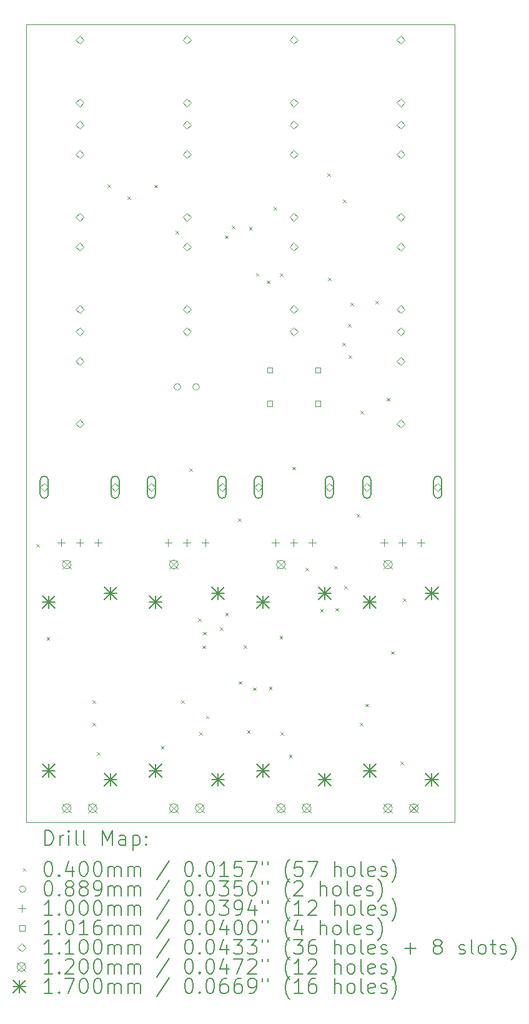
<source format=gbr>
%TF.GenerationSoftware,KiCad,Pcbnew,7.0.8*%
%TF.CreationDate,2024-09-22T18:55:57-04:00*%
%TF.ProjectId,lichen-four-board,6c696368-656e-42d6-966f-75722d626f61,rev?*%
%TF.SameCoordinates,Original*%
%TF.FileFunction,Drillmap*%
%TF.FilePolarity,Positive*%
%FSLAX45Y45*%
G04 Gerber Fmt 4.5, Leading zero omitted, Abs format (unit mm)*
G04 Created by KiCad (PCBNEW 7.0.8) date 2024-09-22 18:55:57*
%MOMM*%
%LPD*%
G01*
G04 APERTURE LIST*
%ADD10C,0.100000*%
%ADD11C,0.200000*%
%ADD12C,0.040000*%
%ADD13C,0.088900*%
%ADD14C,0.101600*%
%ADD15C,0.110000*%
%ADD16C,0.120000*%
%ADD17C,0.170000*%
G04 APERTURE END LIST*
D10*
X10127000Y-11025000D02*
X15933000Y-11025000D01*
X15933000Y-21825000D01*
X10127000Y-21825000D01*
X10127000Y-11025000D01*
D11*
D12*
X10264000Y-18061000D02*
X10304000Y-18101000D01*
X10304000Y-18061000D02*
X10264000Y-18101000D01*
X10404000Y-19321000D02*
X10444000Y-19361000D01*
X10444000Y-19321000D02*
X10404000Y-19361000D01*
X11026000Y-20176000D02*
X11066000Y-20216000D01*
X11066000Y-20176000D02*
X11026000Y-20216000D01*
X11029000Y-20483000D02*
X11069000Y-20523000D01*
X11069000Y-20483000D02*
X11029000Y-20523000D01*
X11089000Y-20883000D02*
X11129000Y-20923000D01*
X11129000Y-20883000D02*
X11089000Y-20923000D01*
X11230000Y-13195000D02*
X11270000Y-13235000D01*
X11270000Y-13195000D02*
X11230000Y-13235000D01*
X11503000Y-13353000D02*
X11543000Y-13393000D01*
X11543000Y-13353000D02*
X11503000Y-13393000D01*
X11865000Y-13196000D02*
X11905000Y-13236000D01*
X11905000Y-13196000D02*
X11865000Y-13236000D01*
X11953000Y-20794000D02*
X11993000Y-20834000D01*
X11993000Y-20794000D02*
X11953000Y-20834000D01*
X12153000Y-13816000D02*
X12193000Y-13856000D01*
X12193000Y-13816000D02*
X12153000Y-13856000D01*
X12228000Y-20176000D02*
X12268000Y-20216000D01*
X12268000Y-20176000D02*
X12228000Y-20216000D01*
X12339000Y-17039000D02*
X12379000Y-17079000D01*
X12379000Y-17039000D02*
X12339000Y-17079000D01*
X12456000Y-19068000D02*
X12496000Y-19108000D01*
X12496000Y-19068000D02*
X12456000Y-19108000D01*
X12472000Y-20607000D02*
X12512000Y-20647000D01*
X12512000Y-20607000D02*
X12472000Y-20647000D01*
X12519000Y-19435550D02*
X12559000Y-19475550D01*
X12559000Y-19435550D02*
X12519000Y-19475550D01*
X12526000Y-19251000D02*
X12566000Y-19291000D01*
X12566000Y-19251000D02*
X12526000Y-19291000D01*
X12564000Y-20385000D02*
X12604000Y-20425000D01*
X12604000Y-20385000D02*
X12564000Y-20425000D01*
X12751500Y-19187500D02*
X12791500Y-19227500D01*
X12791500Y-19187500D02*
X12751500Y-19227500D01*
X12821000Y-13882000D02*
X12861000Y-13922000D01*
X12861000Y-13882000D02*
X12821000Y-13922000D01*
X12825000Y-18992000D02*
X12865000Y-19032000D01*
X12865000Y-18992000D02*
X12825000Y-19032000D01*
X12912000Y-13754000D02*
X12952000Y-13794000D01*
X12952000Y-13754000D02*
X12912000Y-13794000D01*
X12998000Y-17711000D02*
X13038000Y-17751000D01*
X13038000Y-17711000D02*
X12998000Y-17751000D01*
X13011000Y-19920000D02*
X13051000Y-19960000D01*
X13051000Y-19920000D02*
X13011000Y-19960000D01*
X13074000Y-19432000D02*
X13114000Y-19472000D01*
X13114000Y-19432000D02*
X13074000Y-19472000D01*
X13122000Y-20583000D02*
X13162000Y-20623000D01*
X13162000Y-20583000D02*
X13122000Y-20623000D01*
X13147000Y-13767000D02*
X13187000Y-13807000D01*
X13187000Y-13767000D02*
X13147000Y-13807000D01*
X13204000Y-20004000D02*
X13244000Y-20044000D01*
X13244000Y-20004000D02*
X13204000Y-20044000D01*
X13241000Y-14390000D02*
X13281000Y-14430000D01*
X13281000Y-14390000D02*
X13241000Y-14430000D01*
X13387000Y-14493000D02*
X13427000Y-14533000D01*
X13427000Y-14493000D02*
X13387000Y-14533000D01*
X13419000Y-19990000D02*
X13459000Y-20030000D01*
X13459000Y-19990000D02*
X13419000Y-20030000D01*
X13483000Y-13498000D02*
X13523000Y-13538000D01*
X13523000Y-13498000D02*
X13483000Y-13538000D01*
X13563000Y-19306000D02*
X13603000Y-19346000D01*
X13603000Y-19306000D02*
X13563000Y-19346000D01*
X13565000Y-14393000D02*
X13605000Y-14433000D01*
X13605000Y-14393000D02*
X13565000Y-14433000D01*
X13576000Y-20611000D02*
X13616000Y-20651000D01*
X13616000Y-20611000D02*
X13576000Y-20651000D01*
X13690000Y-20912000D02*
X13730000Y-20952000D01*
X13730000Y-20912000D02*
X13690000Y-20952000D01*
X13736000Y-17014000D02*
X13776000Y-17054000D01*
X13776000Y-17014000D02*
X13736000Y-17054000D01*
X13917000Y-18384000D02*
X13957000Y-18424000D01*
X13957000Y-18384000D02*
X13917000Y-18424000D01*
X14113730Y-18941270D02*
X14153730Y-18981270D01*
X14153730Y-18941270D02*
X14113730Y-18981270D01*
X14213000Y-13039000D02*
X14253000Y-13079000D01*
X14253000Y-13039000D02*
X14213000Y-13079000D01*
X14218000Y-14451000D02*
X14258000Y-14491000D01*
X14258000Y-14451000D02*
X14218000Y-14491000D01*
X14305000Y-18358000D02*
X14345000Y-18398000D01*
X14345000Y-18358000D02*
X14305000Y-18398000D01*
X14323000Y-18929000D02*
X14363000Y-18969000D01*
X14363000Y-18929000D02*
X14323000Y-18969000D01*
X14416000Y-15334000D02*
X14456000Y-15374000D01*
X14456000Y-15334000D02*
X14416000Y-15374000D01*
X14421000Y-13398000D02*
X14461000Y-13438000D01*
X14461000Y-13398000D02*
X14421000Y-13438000D01*
X14439000Y-18630000D02*
X14479000Y-18670000D01*
X14479000Y-18630000D02*
X14439000Y-18670000D01*
X14488000Y-15080000D02*
X14528000Y-15120000D01*
X14528000Y-15080000D02*
X14488000Y-15120000D01*
X14496000Y-15505000D02*
X14536000Y-15545000D01*
X14536000Y-15505000D02*
X14496000Y-15545000D01*
X14524000Y-14790000D02*
X14564000Y-14830000D01*
X14564000Y-14790000D02*
X14524000Y-14830000D01*
X14606000Y-17656000D02*
X14646000Y-17696000D01*
X14646000Y-17656000D02*
X14606000Y-17696000D01*
X14651000Y-20482318D02*
X14691000Y-20522318D01*
X14691000Y-20482318D02*
X14651000Y-20522318D01*
X14657000Y-16257000D02*
X14697000Y-16297000D01*
X14697000Y-16257000D02*
X14657000Y-16297000D01*
X14728000Y-20223000D02*
X14768000Y-20263000D01*
X14768000Y-20223000D02*
X14728000Y-20263000D01*
X14862000Y-14770000D02*
X14902000Y-14810000D01*
X14902000Y-14770000D02*
X14862000Y-14810000D01*
X15015000Y-16083000D02*
X15055000Y-16123000D01*
X15055000Y-16083000D02*
X15015000Y-16123000D01*
X15076000Y-19512000D02*
X15116000Y-19552000D01*
X15116000Y-19512000D02*
X15076000Y-19552000D01*
X15201000Y-21007000D02*
X15241000Y-21047000D01*
X15241000Y-21007000D02*
X15201000Y-21047000D01*
X15232000Y-18800000D02*
X15272000Y-18840000D01*
X15272000Y-18800000D02*
X15232000Y-18840000D01*
D13*
X12221750Y-15933900D02*
G75*
G03*
X12221750Y-15933900I-44450J0D01*
G01*
X12475750Y-15933900D02*
G75*
G03*
X12475750Y-15933900I-44450J0D01*
G01*
D10*
X10602700Y-17991500D02*
X10602700Y-18091500D01*
X10552700Y-18041500D02*
X10652700Y-18041500D01*
X10852700Y-17991500D02*
X10852700Y-18091500D01*
X10802700Y-18041500D02*
X10902700Y-18041500D01*
X11102700Y-17991500D02*
X11102700Y-18091500D01*
X11052700Y-18041500D02*
X11152700Y-18041500D01*
X12054300Y-17991500D02*
X12054300Y-18091500D01*
X12004300Y-18041500D02*
X12104300Y-18041500D01*
X12304300Y-17991500D02*
X12304300Y-18091500D01*
X12254300Y-18041500D02*
X12354300Y-18041500D01*
X12554300Y-17991500D02*
X12554300Y-18091500D01*
X12504300Y-18041500D02*
X12604300Y-18041500D01*
X13505800Y-17991500D02*
X13505800Y-18091500D01*
X13455800Y-18041500D02*
X13555800Y-18041500D01*
X13755800Y-17991500D02*
X13755800Y-18091500D01*
X13705800Y-18041500D02*
X13805800Y-18041500D01*
X14005800Y-17991500D02*
X14005800Y-18091500D01*
X13955800Y-18041500D02*
X14055800Y-18041500D01*
X14976500Y-17991500D02*
X14976500Y-18091500D01*
X14926500Y-18041500D02*
X15026500Y-18041500D01*
X15226500Y-17991500D02*
X15226500Y-18091500D01*
X15176500Y-18041500D02*
X15276500Y-18041500D01*
X15476500Y-17991500D02*
X15476500Y-18091500D01*
X15426500Y-18041500D02*
X15526500Y-18041500D01*
D14*
X13466601Y-15743761D02*
X13466601Y-15671919D01*
X13394759Y-15671919D01*
X13394759Y-15743761D01*
X13466601Y-15743761D01*
X13466601Y-16195881D02*
X13466601Y-16124039D01*
X13394759Y-16124039D01*
X13394759Y-16195881D01*
X13466601Y-16195881D01*
X14116841Y-15743761D02*
X14116841Y-15671919D01*
X14044999Y-15671919D01*
X14044999Y-15743761D01*
X14116841Y-15743761D01*
X14116841Y-16195881D02*
X14116841Y-16124039D01*
X14044999Y-16124039D01*
X14044999Y-16195881D01*
X14116841Y-16195881D01*
D15*
X10372700Y-17346500D02*
X10427700Y-17291500D01*
X10372700Y-17236500D01*
X10317700Y-17291500D01*
X10372700Y-17346500D01*
D11*
X10427700Y-17386500D02*
X10427700Y-17196500D01*
X10427700Y-17196500D02*
G75*
G03*
X10317700Y-17196500I-55000J0D01*
G01*
X10317700Y-17196500D02*
X10317700Y-17386500D01*
X10317700Y-17386500D02*
G75*
G03*
X10427700Y-17386500I55000J0D01*
G01*
D15*
X10852700Y-11288900D02*
X10907700Y-11233900D01*
X10852700Y-11178900D01*
X10797700Y-11233900D01*
X10852700Y-11288900D01*
X10852700Y-12138900D02*
X10907700Y-12083900D01*
X10852700Y-12028900D01*
X10797700Y-12083900D01*
X10852700Y-12138900D01*
X10852700Y-12438900D02*
X10907700Y-12383900D01*
X10852700Y-12328900D01*
X10797700Y-12383900D01*
X10852700Y-12438900D01*
X10852700Y-12838900D02*
X10907700Y-12783900D01*
X10852700Y-12728900D01*
X10797700Y-12783900D01*
X10852700Y-12838900D01*
X10852700Y-13688900D02*
X10907700Y-13633900D01*
X10852700Y-13578900D01*
X10797700Y-13633900D01*
X10852700Y-13688900D01*
X10852700Y-14088900D02*
X10907700Y-14033900D01*
X10852700Y-13978900D01*
X10797700Y-14033900D01*
X10852700Y-14088900D01*
X10852700Y-14938900D02*
X10907700Y-14883900D01*
X10852700Y-14828900D01*
X10797700Y-14883900D01*
X10852700Y-14938900D01*
X10852700Y-15238900D02*
X10907700Y-15183900D01*
X10852700Y-15128900D01*
X10797700Y-15183900D01*
X10852700Y-15238900D01*
X10852700Y-15638900D02*
X10907700Y-15583900D01*
X10852700Y-15528900D01*
X10797700Y-15583900D01*
X10852700Y-15638900D01*
X10852700Y-16488900D02*
X10907700Y-16433900D01*
X10852700Y-16378900D01*
X10797700Y-16433900D01*
X10852700Y-16488900D01*
X11332700Y-17346500D02*
X11387700Y-17291500D01*
X11332700Y-17236500D01*
X11277700Y-17291500D01*
X11332700Y-17346500D01*
D11*
X11387700Y-17386500D02*
X11387700Y-17196500D01*
X11387700Y-17196500D02*
G75*
G03*
X11277700Y-17196500I-55000J0D01*
G01*
X11277700Y-17196500D02*
X11277700Y-17386500D01*
X11277700Y-17386500D02*
G75*
G03*
X11387700Y-17386500I55000J0D01*
G01*
D15*
X11824300Y-17346500D02*
X11879300Y-17291500D01*
X11824300Y-17236500D01*
X11769300Y-17291500D01*
X11824300Y-17346500D01*
D11*
X11879300Y-17386500D02*
X11879300Y-17196500D01*
X11879300Y-17196500D02*
G75*
G03*
X11769300Y-17196500I-55000J0D01*
G01*
X11769300Y-17196500D02*
X11769300Y-17386500D01*
X11769300Y-17386500D02*
G75*
G03*
X11879300Y-17386500I55000J0D01*
G01*
D15*
X12304300Y-11288900D02*
X12359300Y-11233900D01*
X12304300Y-11178900D01*
X12249300Y-11233900D01*
X12304300Y-11288900D01*
X12304300Y-12138900D02*
X12359300Y-12083900D01*
X12304300Y-12028900D01*
X12249300Y-12083900D01*
X12304300Y-12138900D01*
X12304300Y-12438900D02*
X12359300Y-12383900D01*
X12304300Y-12328900D01*
X12249300Y-12383900D01*
X12304300Y-12438900D01*
X12304300Y-12838900D02*
X12359300Y-12783900D01*
X12304300Y-12728900D01*
X12249300Y-12783900D01*
X12304300Y-12838900D01*
X12304300Y-13688900D02*
X12359300Y-13633900D01*
X12304300Y-13578900D01*
X12249300Y-13633900D01*
X12304300Y-13688900D01*
X12304300Y-14088900D02*
X12359300Y-14033900D01*
X12304300Y-13978900D01*
X12249300Y-14033900D01*
X12304300Y-14088900D01*
X12304300Y-14938900D02*
X12359300Y-14883900D01*
X12304300Y-14828900D01*
X12249300Y-14883900D01*
X12304300Y-14938900D01*
X12304300Y-15238900D02*
X12359300Y-15183900D01*
X12304300Y-15128900D01*
X12249300Y-15183900D01*
X12304300Y-15238900D01*
X12784300Y-17346500D02*
X12839300Y-17291500D01*
X12784300Y-17236500D01*
X12729300Y-17291500D01*
X12784300Y-17346500D01*
D11*
X12839300Y-17386500D02*
X12839300Y-17196500D01*
X12839300Y-17196500D02*
G75*
G03*
X12729300Y-17196500I-55000J0D01*
G01*
X12729300Y-17196500D02*
X12729300Y-17386500D01*
X12729300Y-17386500D02*
G75*
G03*
X12839300Y-17386500I55000J0D01*
G01*
D15*
X13275800Y-17346500D02*
X13330800Y-17291500D01*
X13275800Y-17236500D01*
X13220800Y-17291500D01*
X13275800Y-17346500D01*
D11*
X13330800Y-17386500D02*
X13330800Y-17196500D01*
X13330800Y-17196500D02*
G75*
G03*
X13220800Y-17196500I-55000J0D01*
G01*
X13220800Y-17196500D02*
X13220800Y-17386500D01*
X13220800Y-17386500D02*
G75*
G03*
X13330800Y-17386500I55000J0D01*
G01*
D15*
X13755800Y-11288900D02*
X13810800Y-11233900D01*
X13755800Y-11178900D01*
X13700800Y-11233900D01*
X13755800Y-11288900D01*
X13755800Y-12138900D02*
X13810800Y-12083900D01*
X13755800Y-12028900D01*
X13700800Y-12083900D01*
X13755800Y-12138900D01*
X13755800Y-12438900D02*
X13810800Y-12383900D01*
X13755800Y-12328900D01*
X13700800Y-12383900D01*
X13755800Y-12438900D01*
X13755800Y-12838900D02*
X13810800Y-12783900D01*
X13755800Y-12728900D01*
X13700800Y-12783900D01*
X13755800Y-12838900D01*
X13755800Y-13688900D02*
X13810800Y-13633900D01*
X13755800Y-13578900D01*
X13700800Y-13633900D01*
X13755800Y-13688900D01*
X13755800Y-14088900D02*
X13810800Y-14033900D01*
X13755800Y-13978900D01*
X13700800Y-14033900D01*
X13755800Y-14088900D01*
X13755800Y-14938900D02*
X13810800Y-14883900D01*
X13755800Y-14828900D01*
X13700800Y-14883900D01*
X13755800Y-14938900D01*
X13755800Y-15238900D02*
X13810800Y-15183900D01*
X13755800Y-15128900D01*
X13700800Y-15183900D01*
X13755800Y-15238900D01*
X14235800Y-17346500D02*
X14290800Y-17291500D01*
X14235800Y-17236500D01*
X14180800Y-17291500D01*
X14235800Y-17346500D01*
D11*
X14290800Y-17386500D02*
X14290800Y-17196500D01*
X14290800Y-17196500D02*
G75*
G03*
X14180800Y-17196500I-55000J0D01*
G01*
X14180800Y-17196500D02*
X14180800Y-17386500D01*
X14180800Y-17386500D02*
G75*
G03*
X14290800Y-17386500I55000J0D01*
G01*
D15*
X14746500Y-17346500D02*
X14801500Y-17291500D01*
X14746500Y-17236500D01*
X14691500Y-17291500D01*
X14746500Y-17346500D01*
D11*
X14801500Y-17386500D02*
X14801500Y-17196500D01*
X14801500Y-17196500D02*
G75*
G03*
X14691500Y-17196500I-55000J0D01*
G01*
X14691500Y-17196500D02*
X14691500Y-17386500D01*
X14691500Y-17386500D02*
G75*
G03*
X14801500Y-17386500I55000J0D01*
G01*
D15*
X15207300Y-11288900D02*
X15262300Y-11233900D01*
X15207300Y-11178900D01*
X15152300Y-11233900D01*
X15207300Y-11288900D01*
X15207300Y-12138900D02*
X15262300Y-12083900D01*
X15207300Y-12028900D01*
X15152300Y-12083900D01*
X15207300Y-12138900D01*
X15207300Y-12438900D02*
X15262300Y-12383900D01*
X15207300Y-12328900D01*
X15152300Y-12383900D01*
X15207300Y-12438900D01*
X15207300Y-12838900D02*
X15262300Y-12783900D01*
X15207300Y-12728900D01*
X15152300Y-12783900D01*
X15207300Y-12838900D01*
X15207300Y-13688900D02*
X15262300Y-13633900D01*
X15207300Y-13578900D01*
X15152300Y-13633900D01*
X15207300Y-13688900D01*
X15207300Y-14088900D02*
X15262300Y-14033900D01*
X15207300Y-13978900D01*
X15152300Y-14033900D01*
X15207300Y-14088900D01*
X15207300Y-14938900D02*
X15262300Y-14883900D01*
X15207300Y-14828900D01*
X15152300Y-14883900D01*
X15207300Y-14938900D01*
X15207300Y-15238900D02*
X15262300Y-15183900D01*
X15207300Y-15128900D01*
X15152300Y-15183900D01*
X15207300Y-15238900D01*
X15207300Y-15638900D02*
X15262300Y-15583900D01*
X15207300Y-15528900D01*
X15152300Y-15583900D01*
X15207300Y-15638900D01*
X15207300Y-16488900D02*
X15262300Y-16433900D01*
X15207300Y-16378900D01*
X15152300Y-16433900D01*
X15207300Y-16488900D01*
X15706500Y-17346500D02*
X15761500Y-17291500D01*
X15706500Y-17236500D01*
X15651500Y-17291500D01*
X15706500Y-17346500D01*
D11*
X15761500Y-17386500D02*
X15761500Y-17196500D01*
X15761500Y-17196500D02*
G75*
G03*
X15651500Y-17196500I-55000J0D01*
G01*
X15651500Y-17196500D02*
X15651500Y-17386500D01*
X15651500Y-17386500D02*
G75*
G03*
X15761500Y-17386500I55000J0D01*
G01*
D16*
X10617700Y-18279000D02*
X10737700Y-18399000D01*
X10737700Y-18279000D02*
X10617700Y-18399000D01*
X10737700Y-18339000D02*
G75*
G03*
X10737700Y-18339000I-60000J0D01*
G01*
X10617700Y-21579000D02*
X10737700Y-21699000D01*
X10737700Y-21579000D02*
X10617700Y-21699000D01*
X10737700Y-21639000D02*
G75*
G03*
X10737700Y-21639000I-60000J0D01*
G01*
X10967700Y-21579000D02*
X11087700Y-21699000D01*
X11087700Y-21579000D02*
X10967700Y-21699000D01*
X11087700Y-21639000D02*
G75*
G03*
X11087700Y-21639000I-60000J0D01*
G01*
X12069300Y-18279000D02*
X12189300Y-18399000D01*
X12189300Y-18279000D02*
X12069300Y-18399000D01*
X12189300Y-18339000D02*
G75*
G03*
X12189300Y-18339000I-60000J0D01*
G01*
X12069300Y-21579000D02*
X12189300Y-21699000D01*
X12189300Y-21579000D02*
X12069300Y-21699000D01*
X12189300Y-21639000D02*
G75*
G03*
X12189300Y-21639000I-60000J0D01*
G01*
X12419300Y-21579000D02*
X12539300Y-21699000D01*
X12539300Y-21579000D02*
X12419300Y-21699000D01*
X12539300Y-21639000D02*
G75*
G03*
X12539300Y-21639000I-60000J0D01*
G01*
X13520800Y-18279000D02*
X13640800Y-18399000D01*
X13640800Y-18279000D02*
X13520800Y-18399000D01*
X13640800Y-18339000D02*
G75*
G03*
X13640800Y-18339000I-60000J0D01*
G01*
X13520800Y-21579000D02*
X13640800Y-21699000D01*
X13640800Y-21579000D02*
X13520800Y-21699000D01*
X13640800Y-21639000D02*
G75*
G03*
X13640800Y-21639000I-60000J0D01*
G01*
X13870800Y-21579000D02*
X13990800Y-21699000D01*
X13990800Y-21579000D02*
X13870800Y-21699000D01*
X13990800Y-21639000D02*
G75*
G03*
X13990800Y-21639000I-60000J0D01*
G01*
X14972300Y-18279000D02*
X15092300Y-18399000D01*
X15092300Y-18279000D02*
X14972300Y-18399000D01*
X15092300Y-18339000D02*
G75*
G03*
X15092300Y-18339000I-60000J0D01*
G01*
X14972300Y-21579000D02*
X15092300Y-21699000D01*
X15092300Y-21579000D02*
X14972300Y-21699000D01*
X15092300Y-21639000D02*
G75*
G03*
X15092300Y-21639000I-60000J0D01*
G01*
X15322300Y-21579000D02*
X15442300Y-21699000D01*
X15442300Y-21579000D02*
X15322300Y-21699000D01*
X15442300Y-21639000D02*
G75*
G03*
X15442300Y-21639000I-60000J0D01*
G01*
D17*
X10347700Y-18764000D02*
X10517700Y-18934000D01*
X10517700Y-18764000D02*
X10347700Y-18934000D01*
X10432700Y-18764000D02*
X10432700Y-18934000D01*
X10347700Y-18849000D02*
X10517700Y-18849000D01*
X10347700Y-21044000D02*
X10517700Y-21214000D01*
X10517700Y-21044000D02*
X10347700Y-21214000D01*
X10432700Y-21044000D02*
X10432700Y-21214000D01*
X10347700Y-21129000D02*
X10517700Y-21129000D01*
X11187700Y-18644000D02*
X11357700Y-18814000D01*
X11357700Y-18644000D02*
X11187700Y-18814000D01*
X11272700Y-18644000D02*
X11272700Y-18814000D01*
X11187700Y-18729000D02*
X11357700Y-18729000D01*
X11187700Y-21164000D02*
X11357700Y-21334000D01*
X11357700Y-21164000D02*
X11187700Y-21334000D01*
X11272700Y-21164000D02*
X11272700Y-21334000D01*
X11187700Y-21249000D02*
X11357700Y-21249000D01*
X11799300Y-18764000D02*
X11969300Y-18934000D01*
X11969300Y-18764000D02*
X11799300Y-18934000D01*
X11884300Y-18764000D02*
X11884300Y-18934000D01*
X11799300Y-18849000D02*
X11969300Y-18849000D01*
X11799300Y-21044000D02*
X11969300Y-21214000D01*
X11969300Y-21044000D02*
X11799300Y-21214000D01*
X11884300Y-21044000D02*
X11884300Y-21214000D01*
X11799300Y-21129000D02*
X11969300Y-21129000D01*
X12639300Y-18644000D02*
X12809300Y-18814000D01*
X12809300Y-18644000D02*
X12639300Y-18814000D01*
X12724300Y-18644000D02*
X12724300Y-18814000D01*
X12639300Y-18729000D02*
X12809300Y-18729000D01*
X12639300Y-21164000D02*
X12809300Y-21334000D01*
X12809300Y-21164000D02*
X12639300Y-21334000D01*
X12724300Y-21164000D02*
X12724300Y-21334000D01*
X12639300Y-21249000D02*
X12809300Y-21249000D01*
X13250800Y-18764000D02*
X13420800Y-18934000D01*
X13420800Y-18764000D02*
X13250800Y-18934000D01*
X13335800Y-18764000D02*
X13335800Y-18934000D01*
X13250800Y-18849000D02*
X13420800Y-18849000D01*
X13250800Y-21044000D02*
X13420800Y-21214000D01*
X13420800Y-21044000D02*
X13250800Y-21214000D01*
X13335800Y-21044000D02*
X13335800Y-21214000D01*
X13250800Y-21129000D02*
X13420800Y-21129000D01*
X14090800Y-18644000D02*
X14260800Y-18814000D01*
X14260800Y-18644000D02*
X14090800Y-18814000D01*
X14175800Y-18644000D02*
X14175800Y-18814000D01*
X14090800Y-18729000D02*
X14260800Y-18729000D01*
X14090800Y-21164000D02*
X14260800Y-21334000D01*
X14260800Y-21164000D02*
X14090800Y-21334000D01*
X14175800Y-21164000D02*
X14175800Y-21334000D01*
X14090800Y-21249000D02*
X14260800Y-21249000D01*
X14702300Y-18764000D02*
X14872300Y-18934000D01*
X14872300Y-18764000D02*
X14702300Y-18934000D01*
X14787300Y-18764000D02*
X14787300Y-18934000D01*
X14702300Y-18849000D02*
X14872300Y-18849000D01*
X14702300Y-21044000D02*
X14872300Y-21214000D01*
X14872300Y-21044000D02*
X14702300Y-21214000D01*
X14787300Y-21044000D02*
X14787300Y-21214000D01*
X14702300Y-21129000D02*
X14872300Y-21129000D01*
X15542300Y-18644000D02*
X15712300Y-18814000D01*
X15712300Y-18644000D02*
X15542300Y-18814000D01*
X15627300Y-18644000D02*
X15627300Y-18814000D01*
X15542300Y-18729000D02*
X15712300Y-18729000D01*
X15542300Y-21164000D02*
X15712300Y-21334000D01*
X15712300Y-21164000D02*
X15542300Y-21334000D01*
X15627300Y-21164000D02*
X15627300Y-21334000D01*
X15542300Y-21249000D02*
X15712300Y-21249000D01*
D11*
X10382777Y-22141484D02*
X10382777Y-21941484D01*
X10382777Y-21941484D02*
X10430396Y-21941484D01*
X10430396Y-21941484D02*
X10458967Y-21951008D01*
X10458967Y-21951008D02*
X10478015Y-21970055D01*
X10478015Y-21970055D02*
X10487539Y-21989103D01*
X10487539Y-21989103D02*
X10497063Y-22027198D01*
X10497063Y-22027198D02*
X10497063Y-22055770D01*
X10497063Y-22055770D02*
X10487539Y-22093865D01*
X10487539Y-22093865D02*
X10478015Y-22112912D01*
X10478015Y-22112912D02*
X10458967Y-22131960D01*
X10458967Y-22131960D02*
X10430396Y-22141484D01*
X10430396Y-22141484D02*
X10382777Y-22141484D01*
X10582777Y-22141484D02*
X10582777Y-22008150D01*
X10582777Y-22046246D02*
X10592301Y-22027198D01*
X10592301Y-22027198D02*
X10601824Y-22017674D01*
X10601824Y-22017674D02*
X10620872Y-22008150D01*
X10620872Y-22008150D02*
X10639920Y-22008150D01*
X10706586Y-22141484D02*
X10706586Y-22008150D01*
X10706586Y-21941484D02*
X10697063Y-21951008D01*
X10697063Y-21951008D02*
X10706586Y-21960531D01*
X10706586Y-21960531D02*
X10716110Y-21951008D01*
X10716110Y-21951008D02*
X10706586Y-21941484D01*
X10706586Y-21941484D02*
X10706586Y-21960531D01*
X10830396Y-22141484D02*
X10811348Y-22131960D01*
X10811348Y-22131960D02*
X10801824Y-22112912D01*
X10801824Y-22112912D02*
X10801824Y-21941484D01*
X10935158Y-22141484D02*
X10916110Y-22131960D01*
X10916110Y-22131960D02*
X10906586Y-22112912D01*
X10906586Y-22112912D02*
X10906586Y-21941484D01*
X11163729Y-22141484D02*
X11163729Y-21941484D01*
X11163729Y-21941484D02*
X11230396Y-22084341D01*
X11230396Y-22084341D02*
X11297062Y-21941484D01*
X11297062Y-21941484D02*
X11297062Y-22141484D01*
X11478015Y-22141484D02*
X11478015Y-22036722D01*
X11478015Y-22036722D02*
X11468491Y-22017674D01*
X11468491Y-22017674D02*
X11449443Y-22008150D01*
X11449443Y-22008150D02*
X11411348Y-22008150D01*
X11411348Y-22008150D02*
X11392301Y-22017674D01*
X11478015Y-22131960D02*
X11458967Y-22141484D01*
X11458967Y-22141484D02*
X11411348Y-22141484D01*
X11411348Y-22141484D02*
X11392301Y-22131960D01*
X11392301Y-22131960D02*
X11382777Y-22112912D01*
X11382777Y-22112912D02*
X11382777Y-22093865D01*
X11382777Y-22093865D02*
X11392301Y-22074817D01*
X11392301Y-22074817D02*
X11411348Y-22065293D01*
X11411348Y-22065293D02*
X11458967Y-22065293D01*
X11458967Y-22065293D02*
X11478015Y-22055770D01*
X11573253Y-22008150D02*
X11573253Y-22208150D01*
X11573253Y-22017674D02*
X11592301Y-22008150D01*
X11592301Y-22008150D02*
X11630396Y-22008150D01*
X11630396Y-22008150D02*
X11649443Y-22017674D01*
X11649443Y-22017674D02*
X11658967Y-22027198D01*
X11658967Y-22027198D02*
X11668491Y-22046246D01*
X11668491Y-22046246D02*
X11668491Y-22103389D01*
X11668491Y-22103389D02*
X11658967Y-22122436D01*
X11658967Y-22122436D02*
X11649443Y-22131960D01*
X11649443Y-22131960D02*
X11630396Y-22141484D01*
X11630396Y-22141484D02*
X11592301Y-22141484D01*
X11592301Y-22141484D02*
X11573253Y-22131960D01*
X11754205Y-22122436D02*
X11763729Y-22131960D01*
X11763729Y-22131960D02*
X11754205Y-22141484D01*
X11754205Y-22141484D02*
X11744682Y-22131960D01*
X11744682Y-22131960D02*
X11754205Y-22122436D01*
X11754205Y-22122436D02*
X11754205Y-22141484D01*
X11754205Y-22017674D02*
X11763729Y-22027198D01*
X11763729Y-22027198D02*
X11754205Y-22036722D01*
X11754205Y-22036722D02*
X11744682Y-22027198D01*
X11744682Y-22027198D02*
X11754205Y-22017674D01*
X11754205Y-22017674D02*
X11754205Y-22036722D01*
D12*
X10082000Y-22450000D02*
X10122000Y-22490000D01*
X10122000Y-22450000D02*
X10082000Y-22490000D01*
D11*
X10420872Y-22361484D02*
X10439920Y-22361484D01*
X10439920Y-22361484D02*
X10458967Y-22371008D01*
X10458967Y-22371008D02*
X10468491Y-22380531D01*
X10468491Y-22380531D02*
X10478015Y-22399579D01*
X10478015Y-22399579D02*
X10487539Y-22437674D01*
X10487539Y-22437674D02*
X10487539Y-22485293D01*
X10487539Y-22485293D02*
X10478015Y-22523388D01*
X10478015Y-22523388D02*
X10468491Y-22542436D01*
X10468491Y-22542436D02*
X10458967Y-22551960D01*
X10458967Y-22551960D02*
X10439920Y-22561484D01*
X10439920Y-22561484D02*
X10420872Y-22561484D01*
X10420872Y-22561484D02*
X10401824Y-22551960D01*
X10401824Y-22551960D02*
X10392301Y-22542436D01*
X10392301Y-22542436D02*
X10382777Y-22523388D01*
X10382777Y-22523388D02*
X10373253Y-22485293D01*
X10373253Y-22485293D02*
X10373253Y-22437674D01*
X10373253Y-22437674D02*
X10382777Y-22399579D01*
X10382777Y-22399579D02*
X10392301Y-22380531D01*
X10392301Y-22380531D02*
X10401824Y-22371008D01*
X10401824Y-22371008D02*
X10420872Y-22361484D01*
X10573253Y-22542436D02*
X10582777Y-22551960D01*
X10582777Y-22551960D02*
X10573253Y-22561484D01*
X10573253Y-22561484D02*
X10563729Y-22551960D01*
X10563729Y-22551960D02*
X10573253Y-22542436D01*
X10573253Y-22542436D02*
X10573253Y-22561484D01*
X10754205Y-22428150D02*
X10754205Y-22561484D01*
X10706586Y-22351960D02*
X10658967Y-22494817D01*
X10658967Y-22494817D02*
X10782777Y-22494817D01*
X10897063Y-22361484D02*
X10916110Y-22361484D01*
X10916110Y-22361484D02*
X10935158Y-22371008D01*
X10935158Y-22371008D02*
X10944682Y-22380531D01*
X10944682Y-22380531D02*
X10954205Y-22399579D01*
X10954205Y-22399579D02*
X10963729Y-22437674D01*
X10963729Y-22437674D02*
X10963729Y-22485293D01*
X10963729Y-22485293D02*
X10954205Y-22523388D01*
X10954205Y-22523388D02*
X10944682Y-22542436D01*
X10944682Y-22542436D02*
X10935158Y-22551960D01*
X10935158Y-22551960D02*
X10916110Y-22561484D01*
X10916110Y-22561484D02*
X10897063Y-22561484D01*
X10897063Y-22561484D02*
X10878015Y-22551960D01*
X10878015Y-22551960D02*
X10868491Y-22542436D01*
X10868491Y-22542436D02*
X10858967Y-22523388D01*
X10858967Y-22523388D02*
X10849444Y-22485293D01*
X10849444Y-22485293D02*
X10849444Y-22437674D01*
X10849444Y-22437674D02*
X10858967Y-22399579D01*
X10858967Y-22399579D02*
X10868491Y-22380531D01*
X10868491Y-22380531D02*
X10878015Y-22371008D01*
X10878015Y-22371008D02*
X10897063Y-22361484D01*
X11087539Y-22361484D02*
X11106586Y-22361484D01*
X11106586Y-22361484D02*
X11125634Y-22371008D01*
X11125634Y-22371008D02*
X11135158Y-22380531D01*
X11135158Y-22380531D02*
X11144682Y-22399579D01*
X11144682Y-22399579D02*
X11154205Y-22437674D01*
X11154205Y-22437674D02*
X11154205Y-22485293D01*
X11154205Y-22485293D02*
X11144682Y-22523388D01*
X11144682Y-22523388D02*
X11135158Y-22542436D01*
X11135158Y-22542436D02*
X11125634Y-22551960D01*
X11125634Y-22551960D02*
X11106586Y-22561484D01*
X11106586Y-22561484D02*
X11087539Y-22561484D01*
X11087539Y-22561484D02*
X11068491Y-22551960D01*
X11068491Y-22551960D02*
X11058967Y-22542436D01*
X11058967Y-22542436D02*
X11049444Y-22523388D01*
X11049444Y-22523388D02*
X11039920Y-22485293D01*
X11039920Y-22485293D02*
X11039920Y-22437674D01*
X11039920Y-22437674D02*
X11049444Y-22399579D01*
X11049444Y-22399579D02*
X11058967Y-22380531D01*
X11058967Y-22380531D02*
X11068491Y-22371008D01*
X11068491Y-22371008D02*
X11087539Y-22361484D01*
X11239920Y-22561484D02*
X11239920Y-22428150D01*
X11239920Y-22447198D02*
X11249443Y-22437674D01*
X11249443Y-22437674D02*
X11268491Y-22428150D01*
X11268491Y-22428150D02*
X11297063Y-22428150D01*
X11297063Y-22428150D02*
X11316110Y-22437674D01*
X11316110Y-22437674D02*
X11325634Y-22456722D01*
X11325634Y-22456722D02*
X11325634Y-22561484D01*
X11325634Y-22456722D02*
X11335158Y-22437674D01*
X11335158Y-22437674D02*
X11354205Y-22428150D01*
X11354205Y-22428150D02*
X11382777Y-22428150D01*
X11382777Y-22428150D02*
X11401824Y-22437674D01*
X11401824Y-22437674D02*
X11411348Y-22456722D01*
X11411348Y-22456722D02*
X11411348Y-22561484D01*
X11506586Y-22561484D02*
X11506586Y-22428150D01*
X11506586Y-22447198D02*
X11516110Y-22437674D01*
X11516110Y-22437674D02*
X11535158Y-22428150D01*
X11535158Y-22428150D02*
X11563729Y-22428150D01*
X11563729Y-22428150D02*
X11582777Y-22437674D01*
X11582777Y-22437674D02*
X11592301Y-22456722D01*
X11592301Y-22456722D02*
X11592301Y-22561484D01*
X11592301Y-22456722D02*
X11601824Y-22437674D01*
X11601824Y-22437674D02*
X11620872Y-22428150D01*
X11620872Y-22428150D02*
X11649443Y-22428150D01*
X11649443Y-22428150D02*
X11668491Y-22437674D01*
X11668491Y-22437674D02*
X11678015Y-22456722D01*
X11678015Y-22456722D02*
X11678015Y-22561484D01*
X12068491Y-22351960D02*
X11897063Y-22609103D01*
X12325634Y-22361484D02*
X12344682Y-22361484D01*
X12344682Y-22361484D02*
X12363729Y-22371008D01*
X12363729Y-22371008D02*
X12373253Y-22380531D01*
X12373253Y-22380531D02*
X12382777Y-22399579D01*
X12382777Y-22399579D02*
X12392301Y-22437674D01*
X12392301Y-22437674D02*
X12392301Y-22485293D01*
X12392301Y-22485293D02*
X12382777Y-22523388D01*
X12382777Y-22523388D02*
X12373253Y-22542436D01*
X12373253Y-22542436D02*
X12363729Y-22551960D01*
X12363729Y-22551960D02*
X12344682Y-22561484D01*
X12344682Y-22561484D02*
X12325634Y-22561484D01*
X12325634Y-22561484D02*
X12306586Y-22551960D01*
X12306586Y-22551960D02*
X12297063Y-22542436D01*
X12297063Y-22542436D02*
X12287539Y-22523388D01*
X12287539Y-22523388D02*
X12278015Y-22485293D01*
X12278015Y-22485293D02*
X12278015Y-22437674D01*
X12278015Y-22437674D02*
X12287539Y-22399579D01*
X12287539Y-22399579D02*
X12297063Y-22380531D01*
X12297063Y-22380531D02*
X12306586Y-22371008D01*
X12306586Y-22371008D02*
X12325634Y-22361484D01*
X12478015Y-22542436D02*
X12487539Y-22551960D01*
X12487539Y-22551960D02*
X12478015Y-22561484D01*
X12478015Y-22561484D02*
X12468491Y-22551960D01*
X12468491Y-22551960D02*
X12478015Y-22542436D01*
X12478015Y-22542436D02*
X12478015Y-22561484D01*
X12611348Y-22361484D02*
X12630396Y-22361484D01*
X12630396Y-22361484D02*
X12649444Y-22371008D01*
X12649444Y-22371008D02*
X12658967Y-22380531D01*
X12658967Y-22380531D02*
X12668491Y-22399579D01*
X12668491Y-22399579D02*
X12678015Y-22437674D01*
X12678015Y-22437674D02*
X12678015Y-22485293D01*
X12678015Y-22485293D02*
X12668491Y-22523388D01*
X12668491Y-22523388D02*
X12658967Y-22542436D01*
X12658967Y-22542436D02*
X12649444Y-22551960D01*
X12649444Y-22551960D02*
X12630396Y-22561484D01*
X12630396Y-22561484D02*
X12611348Y-22561484D01*
X12611348Y-22561484D02*
X12592301Y-22551960D01*
X12592301Y-22551960D02*
X12582777Y-22542436D01*
X12582777Y-22542436D02*
X12573253Y-22523388D01*
X12573253Y-22523388D02*
X12563729Y-22485293D01*
X12563729Y-22485293D02*
X12563729Y-22437674D01*
X12563729Y-22437674D02*
X12573253Y-22399579D01*
X12573253Y-22399579D02*
X12582777Y-22380531D01*
X12582777Y-22380531D02*
X12592301Y-22371008D01*
X12592301Y-22371008D02*
X12611348Y-22361484D01*
X12868491Y-22561484D02*
X12754206Y-22561484D01*
X12811348Y-22561484D02*
X12811348Y-22361484D01*
X12811348Y-22361484D02*
X12792301Y-22390055D01*
X12792301Y-22390055D02*
X12773253Y-22409103D01*
X12773253Y-22409103D02*
X12754206Y-22418627D01*
X13049444Y-22361484D02*
X12954206Y-22361484D01*
X12954206Y-22361484D02*
X12944682Y-22456722D01*
X12944682Y-22456722D02*
X12954206Y-22447198D01*
X12954206Y-22447198D02*
X12973253Y-22437674D01*
X12973253Y-22437674D02*
X13020872Y-22437674D01*
X13020872Y-22437674D02*
X13039920Y-22447198D01*
X13039920Y-22447198D02*
X13049444Y-22456722D01*
X13049444Y-22456722D02*
X13058967Y-22475769D01*
X13058967Y-22475769D02*
X13058967Y-22523388D01*
X13058967Y-22523388D02*
X13049444Y-22542436D01*
X13049444Y-22542436D02*
X13039920Y-22551960D01*
X13039920Y-22551960D02*
X13020872Y-22561484D01*
X13020872Y-22561484D02*
X12973253Y-22561484D01*
X12973253Y-22561484D02*
X12954206Y-22551960D01*
X12954206Y-22551960D02*
X12944682Y-22542436D01*
X13125634Y-22361484D02*
X13258967Y-22361484D01*
X13258967Y-22361484D02*
X13173253Y-22561484D01*
X13325634Y-22361484D02*
X13325634Y-22399579D01*
X13401825Y-22361484D02*
X13401825Y-22399579D01*
X13697063Y-22637674D02*
X13687539Y-22628150D01*
X13687539Y-22628150D02*
X13668491Y-22599579D01*
X13668491Y-22599579D02*
X13658968Y-22580531D01*
X13658968Y-22580531D02*
X13649444Y-22551960D01*
X13649444Y-22551960D02*
X13639920Y-22504341D01*
X13639920Y-22504341D02*
X13639920Y-22466246D01*
X13639920Y-22466246D02*
X13649444Y-22418627D01*
X13649444Y-22418627D02*
X13658968Y-22390055D01*
X13658968Y-22390055D02*
X13668491Y-22371008D01*
X13668491Y-22371008D02*
X13687539Y-22342436D01*
X13687539Y-22342436D02*
X13697063Y-22332912D01*
X13868491Y-22361484D02*
X13773253Y-22361484D01*
X13773253Y-22361484D02*
X13763729Y-22456722D01*
X13763729Y-22456722D02*
X13773253Y-22447198D01*
X13773253Y-22447198D02*
X13792301Y-22437674D01*
X13792301Y-22437674D02*
X13839920Y-22437674D01*
X13839920Y-22437674D02*
X13858968Y-22447198D01*
X13858968Y-22447198D02*
X13868491Y-22456722D01*
X13868491Y-22456722D02*
X13878015Y-22475769D01*
X13878015Y-22475769D02*
X13878015Y-22523388D01*
X13878015Y-22523388D02*
X13868491Y-22542436D01*
X13868491Y-22542436D02*
X13858968Y-22551960D01*
X13858968Y-22551960D02*
X13839920Y-22561484D01*
X13839920Y-22561484D02*
X13792301Y-22561484D01*
X13792301Y-22561484D02*
X13773253Y-22551960D01*
X13773253Y-22551960D02*
X13763729Y-22542436D01*
X13944682Y-22361484D02*
X14078015Y-22361484D01*
X14078015Y-22361484D02*
X13992301Y-22561484D01*
X14306587Y-22561484D02*
X14306587Y-22361484D01*
X14392301Y-22561484D02*
X14392301Y-22456722D01*
X14392301Y-22456722D02*
X14382777Y-22437674D01*
X14382777Y-22437674D02*
X14363730Y-22428150D01*
X14363730Y-22428150D02*
X14335158Y-22428150D01*
X14335158Y-22428150D02*
X14316110Y-22437674D01*
X14316110Y-22437674D02*
X14306587Y-22447198D01*
X14516110Y-22561484D02*
X14497063Y-22551960D01*
X14497063Y-22551960D02*
X14487539Y-22542436D01*
X14487539Y-22542436D02*
X14478015Y-22523388D01*
X14478015Y-22523388D02*
X14478015Y-22466246D01*
X14478015Y-22466246D02*
X14487539Y-22447198D01*
X14487539Y-22447198D02*
X14497063Y-22437674D01*
X14497063Y-22437674D02*
X14516110Y-22428150D01*
X14516110Y-22428150D02*
X14544682Y-22428150D01*
X14544682Y-22428150D02*
X14563730Y-22437674D01*
X14563730Y-22437674D02*
X14573253Y-22447198D01*
X14573253Y-22447198D02*
X14582777Y-22466246D01*
X14582777Y-22466246D02*
X14582777Y-22523388D01*
X14582777Y-22523388D02*
X14573253Y-22542436D01*
X14573253Y-22542436D02*
X14563730Y-22551960D01*
X14563730Y-22551960D02*
X14544682Y-22561484D01*
X14544682Y-22561484D02*
X14516110Y-22561484D01*
X14697063Y-22561484D02*
X14678015Y-22551960D01*
X14678015Y-22551960D02*
X14668491Y-22532912D01*
X14668491Y-22532912D02*
X14668491Y-22361484D01*
X14849444Y-22551960D02*
X14830396Y-22561484D01*
X14830396Y-22561484D02*
X14792301Y-22561484D01*
X14792301Y-22561484D02*
X14773253Y-22551960D01*
X14773253Y-22551960D02*
X14763730Y-22532912D01*
X14763730Y-22532912D02*
X14763730Y-22456722D01*
X14763730Y-22456722D02*
X14773253Y-22437674D01*
X14773253Y-22437674D02*
X14792301Y-22428150D01*
X14792301Y-22428150D02*
X14830396Y-22428150D01*
X14830396Y-22428150D02*
X14849444Y-22437674D01*
X14849444Y-22437674D02*
X14858968Y-22456722D01*
X14858968Y-22456722D02*
X14858968Y-22475769D01*
X14858968Y-22475769D02*
X14763730Y-22494817D01*
X14935158Y-22551960D02*
X14954206Y-22561484D01*
X14954206Y-22561484D02*
X14992301Y-22561484D01*
X14992301Y-22561484D02*
X15011349Y-22551960D01*
X15011349Y-22551960D02*
X15020872Y-22532912D01*
X15020872Y-22532912D02*
X15020872Y-22523388D01*
X15020872Y-22523388D02*
X15011349Y-22504341D01*
X15011349Y-22504341D02*
X14992301Y-22494817D01*
X14992301Y-22494817D02*
X14963730Y-22494817D01*
X14963730Y-22494817D02*
X14944682Y-22485293D01*
X14944682Y-22485293D02*
X14935158Y-22466246D01*
X14935158Y-22466246D02*
X14935158Y-22456722D01*
X14935158Y-22456722D02*
X14944682Y-22437674D01*
X14944682Y-22437674D02*
X14963730Y-22428150D01*
X14963730Y-22428150D02*
X14992301Y-22428150D01*
X14992301Y-22428150D02*
X15011349Y-22437674D01*
X15087539Y-22637674D02*
X15097063Y-22628150D01*
X15097063Y-22628150D02*
X15116111Y-22599579D01*
X15116111Y-22599579D02*
X15125634Y-22580531D01*
X15125634Y-22580531D02*
X15135158Y-22551960D01*
X15135158Y-22551960D02*
X15144682Y-22504341D01*
X15144682Y-22504341D02*
X15144682Y-22466246D01*
X15144682Y-22466246D02*
X15135158Y-22418627D01*
X15135158Y-22418627D02*
X15125634Y-22390055D01*
X15125634Y-22390055D02*
X15116111Y-22371008D01*
X15116111Y-22371008D02*
X15097063Y-22342436D01*
X15097063Y-22342436D02*
X15087539Y-22332912D01*
D13*
X10122000Y-22734000D02*
G75*
G03*
X10122000Y-22734000I-44450J0D01*
G01*
D11*
X10420872Y-22625484D02*
X10439920Y-22625484D01*
X10439920Y-22625484D02*
X10458967Y-22635008D01*
X10458967Y-22635008D02*
X10468491Y-22644531D01*
X10468491Y-22644531D02*
X10478015Y-22663579D01*
X10478015Y-22663579D02*
X10487539Y-22701674D01*
X10487539Y-22701674D02*
X10487539Y-22749293D01*
X10487539Y-22749293D02*
X10478015Y-22787388D01*
X10478015Y-22787388D02*
X10468491Y-22806436D01*
X10468491Y-22806436D02*
X10458967Y-22815960D01*
X10458967Y-22815960D02*
X10439920Y-22825484D01*
X10439920Y-22825484D02*
X10420872Y-22825484D01*
X10420872Y-22825484D02*
X10401824Y-22815960D01*
X10401824Y-22815960D02*
X10392301Y-22806436D01*
X10392301Y-22806436D02*
X10382777Y-22787388D01*
X10382777Y-22787388D02*
X10373253Y-22749293D01*
X10373253Y-22749293D02*
X10373253Y-22701674D01*
X10373253Y-22701674D02*
X10382777Y-22663579D01*
X10382777Y-22663579D02*
X10392301Y-22644531D01*
X10392301Y-22644531D02*
X10401824Y-22635008D01*
X10401824Y-22635008D02*
X10420872Y-22625484D01*
X10573253Y-22806436D02*
X10582777Y-22815960D01*
X10582777Y-22815960D02*
X10573253Y-22825484D01*
X10573253Y-22825484D02*
X10563729Y-22815960D01*
X10563729Y-22815960D02*
X10573253Y-22806436D01*
X10573253Y-22806436D02*
X10573253Y-22825484D01*
X10697063Y-22711198D02*
X10678015Y-22701674D01*
X10678015Y-22701674D02*
X10668491Y-22692150D01*
X10668491Y-22692150D02*
X10658967Y-22673103D01*
X10658967Y-22673103D02*
X10658967Y-22663579D01*
X10658967Y-22663579D02*
X10668491Y-22644531D01*
X10668491Y-22644531D02*
X10678015Y-22635008D01*
X10678015Y-22635008D02*
X10697063Y-22625484D01*
X10697063Y-22625484D02*
X10735158Y-22625484D01*
X10735158Y-22625484D02*
X10754205Y-22635008D01*
X10754205Y-22635008D02*
X10763729Y-22644531D01*
X10763729Y-22644531D02*
X10773253Y-22663579D01*
X10773253Y-22663579D02*
X10773253Y-22673103D01*
X10773253Y-22673103D02*
X10763729Y-22692150D01*
X10763729Y-22692150D02*
X10754205Y-22701674D01*
X10754205Y-22701674D02*
X10735158Y-22711198D01*
X10735158Y-22711198D02*
X10697063Y-22711198D01*
X10697063Y-22711198D02*
X10678015Y-22720722D01*
X10678015Y-22720722D02*
X10668491Y-22730246D01*
X10668491Y-22730246D02*
X10658967Y-22749293D01*
X10658967Y-22749293D02*
X10658967Y-22787388D01*
X10658967Y-22787388D02*
X10668491Y-22806436D01*
X10668491Y-22806436D02*
X10678015Y-22815960D01*
X10678015Y-22815960D02*
X10697063Y-22825484D01*
X10697063Y-22825484D02*
X10735158Y-22825484D01*
X10735158Y-22825484D02*
X10754205Y-22815960D01*
X10754205Y-22815960D02*
X10763729Y-22806436D01*
X10763729Y-22806436D02*
X10773253Y-22787388D01*
X10773253Y-22787388D02*
X10773253Y-22749293D01*
X10773253Y-22749293D02*
X10763729Y-22730246D01*
X10763729Y-22730246D02*
X10754205Y-22720722D01*
X10754205Y-22720722D02*
X10735158Y-22711198D01*
X10887539Y-22711198D02*
X10868491Y-22701674D01*
X10868491Y-22701674D02*
X10858967Y-22692150D01*
X10858967Y-22692150D02*
X10849444Y-22673103D01*
X10849444Y-22673103D02*
X10849444Y-22663579D01*
X10849444Y-22663579D02*
X10858967Y-22644531D01*
X10858967Y-22644531D02*
X10868491Y-22635008D01*
X10868491Y-22635008D02*
X10887539Y-22625484D01*
X10887539Y-22625484D02*
X10925634Y-22625484D01*
X10925634Y-22625484D02*
X10944682Y-22635008D01*
X10944682Y-22635008D02*
X10954205Y-22644531D01*
X10954205Y-22644531D02*
X10963729Y-22663579D01*
X10963729Y-22663579D02*
X10963729Y-22673103D01*
X10963729Y-22673103D02*
X10954205Y-22692150D01*
X10954205Y-22692150D02*
X10944682Y-22701674D01*
X10944682Y-22701674D02*
X10925634Y-22711198D01*
X10925634Y-22711198D02*
X10887539Y-22711198D01*
X10887539Y-22711198D02*
X10868491Y-22720722D01*
X10868491Y-22720722D02*
X10858967Y-22730246D01*
X10858967Y-22730246D02*
X10849444Y-22749293D01*
X10849444Y-22749293D02*
X10849444Y-22787388D01*
X10849444Y-22787388D02*
X10858967Y-22806436D01*
X10858967Y-22806436D02*
X10868491Y-22815960D01*
X10868491Y-22815960D02*
X10887539Y-22825484D01*
X10887539Y-22825484D02*
X10925634Y-22825484D01*
X10925634Y-22825484D02*
X10944682Y-22815960D01*
X10944682Y-22815960D02*
X10954205Y-22806436D01*
X10954205Y-22806436D02*
X10963729Y-22787388D01*
X10963729Y-22787388D02*
X10963729Y-22749293D01*
X10963729Y-22749293D02*
X10954205Y-22730246D01*
X10954205Y-22730246D02*
X10944682Y-22720722D01*
X10944682Y-22720722D02*
X10925634Y-22711198D01*
X11058967Y-22825484D02*
X11097063Y-22825484D01*
X11097063Y-22825484D02*
X11116110Y-22815960D01*
X11116110Y-22815960D02*
X11125634Y-22806436D01*
X11125634Y-22806436D02*
X11144682Y-22777865D01*
X11144682Y-22777865D02*
X11154205Y-22739769D01*
X11154205Y-22739769D02*
X11154205Y-22663579D01*
X11154205Y-22663579D02*
X11144682Y-22644531D01*
X11144682Y-22644531D02*
X11135158Y-22635008D01*
X11135158Y-22635008D02*
X11116110Y-22625484D01*
X11116110Y-22625484D02*
X11078015Y-22625484D01*
X11078015Y-22625484D02*
X11058967Y-22635008D01*
X11058967Y-22635008D02*
X11049444Y-22644531D01*
X11049444Y-22644531D02*
X11039920Y-22663579D01*
X11039920Y-22663579D02*
X11039920Y-22711198D01*
X11039920Y-22711198D02*
X11049444Y-22730246D01*
X11049444Y-22730246D02*
X11058967Y-22739769D01*
X11058967Y-22739769D02*
X11078015Y-22749293D01*
X11078015Y-22749293D02*
X11116110Y-22749293D01*
X11116110Y-22749293D02*
X11135158Y-22739769D01*
X11135158Y-22739769D02*
X11144682Y-22730246D01*
X11144682Y-22730246D02*
X11154205Y-22711198D01*
X11239920Y-22825484D02*
X11239920Y-22692150D01*
X11239920Y-22711198D02*
X11249443Y-22701674D01*
X11249443Y-22701674D02*
X11268491Y-22692150D01*
X11268491Y-22692150D02*
X11297063Y-22692150D01*
X11297063Y-22692150D02*
X11316110Y-22701674D01*
X11316110Y-22701674D02*
X11325634Y-22720722D01*
X11325634Y-22720722D02*
X11325634Y-22825484D01*
X11325634Y-22720722D02*
X11335158Y-22701674D01*
X11335158Y-22701674D02*
X11354205Y-22692150D01*
X11354205Y-22692150D02*
X11382777Y-22692150D01*
X11382777Y-22692150D02*
X11401824Y-22701674D01*
X11401824Y-22701674D02*
X11411348Y-22720722D01*
X11411348Y-22720722D02*
X11411348Y-22825484D01*
X11506586Y-22825484D02*
X11506586Y-22692150D01*
X11506586Y-22711198D02*
X11516110Y-22701674D01*
X11516110Y-22701674D02*
X11535158Y-22692150D01*
X11535158Y-22692150D02*
X11563729Y-22692150D01*
X11563729Y-22692150D02*
X11582777Y-22701674D01*
X11582777Y-22701674D02*
X11592301Y-22720722D01*
X11592301Y-22720722D02*
X11592301Y-22825484D01*
X11592301Y-22720722D02*
X11601824Y-22701674D01*
X11601824Y-22701674D02*
X11620872Y-22692150D01*
X11620872Y-22692150D02*
X11649443Y-22692150D01*
X11649443Y-22692150D02*
X11668491Y-22701674D01*
X11668491Y-22701674D02*
X11678015Y-22720722D01*
X11678015Y-22720722D02*
X11678015Y-22825484D01*
X12068491Y-22615960D02*
X11897063Y-22873103D01*
X12325634Y-22625484D02*
X12344682Y-22625484D01*
X12344682Y-22625484D02*
X12363729Y-22635008D01*
X12363729Y-22635008D02*
X12373253Y-22644531D01*
X12373253Y-22644531D02*
X12382777Y-22663579D01*
X12382777Y-22663579D02*
X12392301Y-22701674D01*
X12392301Y-22701674D02*
X12392301Y-22749293D01*
X12392301Y-22749293D02*
X12382777Y-22787388D01*
X12382777Y-22787388D02*
X12373253Y-22806436D01*
X12373253Y-22806436D02*
X12363729Y-22815960D01*
X12363729Y-22815960D02*
X12344682Y-22825484D01*
X12344682Y-22825484D02*
X12325634Y-22825484D01*
X12325634Y-22825484D02*
X12306586Y-22815960D01*
X12306586Y-22815960D02*
X12297063Y-22806436D01*
X12297063Y-22806436D02*
X12287539Y-22787388D01*
X12287539Y-22787388D02*
X12278015Y-22749293D01*
X12278015Y-22749293D02*
X12278015Y-22701674D01*
X12278015Y-22701674D02*
X12287539Y-22663579D01*
X12287539Y-22663579D02*
X12297063Y-22644531D01*
X12297063Y-22644531D02*
X12306586Y-22635008D01*
X12306586Y-22635008D02*
X12325634Y-22625484D01*
X12478015Y-22806436D02*
X12487539Y-22815960D01*
X12487539Y-22815960D02*
X12478015Y-22825484D01*
X12478015Y-22825484D02*
X12468491Y-22815960D01*
X12468491Y-22815960D02*
X12478015Y-22806436D01*
X12478015Y-22806436D02*
X12478015Y-22825484D01*
X12611348Y-22625484D02*
X12630396Y-22625484D01*
X12630396Y-22625484D02*
X12649444Y-22635008D01*
X12649444Y-22635008D02*
X12658967Y-22644531D01*
X12658967Y-22644531D02*
X12668491Y-22663579D01*
X12668491Y-22663579D02*
X12678015Y-22701674D01*
X12678015Y-22701674D02*
X12678015Y-22749293D01*
X12678015Y-22749293D02*
X12668491Y-22787388D01*
X12668491Y-22787388D02*
X12658967Y-22806436D01*
X12658967Y-22806436D02*
X12649444Y-22815960D01*
X12649444Y-22815960D02*
X12630396Y-22825484D01*
X12630396Y-22825484D02*
X12611348Y-22825484D01*
X12611348Y-22825484D02*
X12592301Y-22815960D01*
X12592301Y-22815960D02*
X12582777Y-22806436D01*
X12582777Y-22806436D02*
X12573253Y-22787388D01*
X12573253Y-22787388D02*
X12563729Y-22749293D01*
X12563729Y-22749293D02*
X12563729Y-22701674D01*
X12563729Y-22701674D02*
X12573253Y-22663579D01*
X12573253Y-22663579D02*
X12582777Y-22644531D01*
X12582777Y-22644531D02*
X12592301Y-22635008D01*
X12592301Y-22635008D02*
X12611348Y-22625484D01*
X12744682Y-22625484D02*
X12868491Y-22625484D01*
X12868491Y-22625484D02*
X12801825Y-22701674D01*
X12801825Y-22701674D02*
X12830396Y-22701674D01*
X12830396Y-22701674D02*
X12849444Y-22711198D01*
X12849444Y-22711198D02*
X12858967Y-22720722D01*
X12858967Y-22720722D02*
X12868491Y-22739769D01*
X12868491Y-22739769D02*
X12868491Y-22787388D01*
X12868491Y-22787388D02*
X12858967Y-22806436D01*
X12858967Y-22806436D02*
X12849444Y-22815960D01*
X12849444Y-22815960D02*
X12830396Y-22825484D01*
X12830396Y-22825484D02*
X12773253Y-22825484D01*
X12773253Y-22825484D02*
X12754206Y-22815960D01*
X12754206Y-22815960D02*
X12744682Y-22806436D01*
X13049444Y-22625484D02*
X12954206Y-22625484D01*
X12954206Y-22625484D02*
X12944682Y-22720722D01*
X12944682Y-22720722D02*
X12954206Y-22711198D01*
X12954206Y-22711198D02*
X12973253Y-22701674D01*
X12973253Y-22701674D02*
X13020872Y-22701674D01*
X13020872Y-22701674D02*
X13039920Y-22711198D01*
X13039920Y-22711198D02*
X13049444Y-22720722D01*
X13049444Y-22720722D02*
X13058967Y-22739769D01*
X13058967Y-22739769D02*
X13058967Y-22787388D01*
X13058967Y-22787388D02*
X13049444Y-22806436D01*
X13049444Y-22806436D02*
X13039920Y-22815960D01*
X13039920Y-22815960D02*
X13020872Y-22825484D01*
X13020872Y-22825484D02*
X12973253Y-22825484D01*
X12973253Y-22825484D02*
X12954206Y-22815960D01*
X12954206Y-22815960D02*
X12944682Y-22806436D01*
X13182777Y-22625484D02*
X13201825Y-22625484D01*
X13201825Y-22625484D02*
X13220872Y-22635008D01*
X13220872Y-22635008D02*
X13230396Y-22644531D01*
X13230396Y-22644531D02*
X13239920Y-22663579D01*
X13239920Y-22663579D02*
X13249444Y-22701674D01*
X13249444Y-22701674D02*
X13249444Y-22749293D01*
X13249444Y-22749293D02*
X13239920Y-22787388D01*
X13239920Y-22787388D02*
X13230396Y-22806436D01*
X13230396Y-22806436D02*
X13220872Y-22815960D01*
X13220872Y-22815960D02*
X13201825Y-22825484D01*
X13201825Y-22825484D02*
X13182777Y-22825484D01*
X13182777Y-22825484D02*
X13163729Y-22815960D01*
X13163729Y-22815960D02*
X13154206Y-22806436D01*
X13154206Y-22806436D02*
X13144682Y-22787388D01*
X13144682Y-22787388D02*
X13135158Y-22749293D01*
X13135158Y-22749293D02*
X13135158Y-22701674D01*
X13135158Y-22701674D02*
X13144682Y-22663579D01*
X13144682Y-22663579D02*
X13154206Y-22644531D01*
X13154206Y-22644531D02*
X13163729Y-22635008D01*
X13163729Y-22635008D02*
X13182777Y-22625484D01*
X13325634Y-22625484D02*
X13325634Y-22663579D01*
X13401825Y-22625484D02*
X13401825Y-22663579D01*
X13697063Y-22901674D02*
X13687539Y-22892150D01*
X13687539Y-22892150D02*
X13668491Y-22863579D01*
X13668491Y-22863579D02*
X13658968Y-22844531D01*
X13658968Y-22844531D02*
X13649444Y-22815960D01*
X13649444Y-22815960D02*
X13639920Y-22768341D01*
X13639920Y-22768341D02*
X13639920Y-22730246D01*
X13639920Y-22730246D02*
X13649444Y-22682627D01*
X13649444Y-22682627D02*
X13658968Y-22654055D01*
X13658968Y-22654055D02*
X13668491Y-22635008D01*
X13668491Y-22635008D02*
X13687539Y-22606436D01*
X13687539Y-22606436D02*
X13697063Y-22596912D01*
X13763729Y-22644531D02*
X13773253Y-22635008D01*
X13773253Y-22635008D02*
X13792301Y-22625484D01*
X13792301Y-22625484D02*
X13839920Y-22625484D01*
X13839920Y-22625484D02*
X13858968Y-22635008D01*
X13858968Y-22635008D02*
X13868491Y-22644531D01*
X13868491Y-22644531D02*
X13878015Y-22663579D01*
X13878015Y-22663579D02*
X13878015Y-22682627D01*
X13878015Y-22682627D02*
X13868491Y-22711198D01*
X13868491Y-22711198D02*
X13754206Y-22825484D01*
X13754206Y-22825484D02*
X13878015Y-22825484D01*
X14116110Y-22825484D02*
X14116110Y-22625484D01*
X14201825Y-22825484D02*
X14201825Y-22720722D01*
X14201825Y-22720722D02*
X14192301Y-22701674D01*
X14192301Y-22701674D02*
X14173253Y-22692150D01*
X14173253Y-22692150D02*
X14144682Y-22692150D01*
X14144682Y-22692150D02*
X14125634Y-22701674D01*
X14125634Y-22701674D02*
X14116110Y-22711198D01*
X14325634Y-22825484D02*
X14306587Y-22815960D01*
X14306587Y-22815960D02*
X14297063Y-22806436D01*
X14297063Y-22806436D02*
X14287539Y-22787388D01*
X14287539Y-22787388D02*
X14287539Y-22730246D01*
X14287539Y-22730246D02*
X14297063Y-22711198D01*
X14297063Y-22711198D02*
X14306587Y-22701674D01*
X14306587Y-22701674D02*
X14325634Y-22692150D01*
X14325634Y-22692150D02*
X14354206Y-22692150D01*
X14354206Y-22692150D02*
X14373253Y-22701674D01*
X14373253Y-22701674D02*
X14382777Y-22711198D01*
X14382777Y-22711198D02*
X14392301Y-22730246D01*
X14392301Y-22730246D02*
X14392301Y-22787388D01*
X14392301Y-22787388D02*
X14382777Y-22806436D01*
X14382777Y-22806436D02*
X14373253Y-22815960D01*
X14373253Y-22815960D02*
X14354206Y-22825484D01*
X14354206Y-22825484D02*
X14325634Y-22825484D01*
X14506587Y-22825484D02*
X14487539Y-22815960D01*
X14487539Y-22815960D02*
X14478015Y-22796912D01*
X14478015Y-22796912D02*
X14478015Y-22625484D01*
X14658968Y-22815960D02*
X14639920Y-22825484D01*
X14639920Y-22825484D02*
X14601825Y-22825484D01*
X14601825Y-22825484D02*
X14582777Y-22815960D01*
X14582777Y-22815960D02*
X14573253Y-22796912D01*
X14573253Y-22796912D02*
X14573253Y-22720722D01*
X14573253Y-22720722D02*
X14582777Y-22701674D01*
X14582777Y-22701674D02*
X14601825Y-22692150D01*
X14601825Y-22692150D02*
X14639920Y-22692150D01*
X14639920Y-22692150D02*
X14658968Y-22701674D01*
X14658968Y-22701674D02*
X14668491Y-22720722D01*
X14668491Y-22720722D02*
X14668491Y-22739769D01*
X14668491Y-22739769D02*
X14573253Y-22758817D01*
X14744682Y-22815960D02*
X14763730Y-22825484D01*
X14763730Y-22825484D02*
X14801825Y-22825484D01*
X14801825Y-22825484D02*
X14820872Y-22815960D01*
X14820872Y-22815960D02*
X14830396Y-22796912D01*
X14830396Y-22796912D02*
X14830396Y-22787388D01*
X14830396Y-22787388D02*
X14820872Y-22768341D01*
X14820872Y-22768341D02*
X14801825Y-22758817D01*
X14801825Y-22758817D02*
X14773253Y-22758817D01*
X14773253Y-22758817D02*
X14754206Y-22749293D01*
X14754206Y-22749293D02*
X14744682Y-22730246D01*
X14744682Y-22730246D02*
X14744682Y-22720722D01*
X14744682Y-22720722D02*
X14754206Y-22701674D01*
X14754206Y-22701674D02*
X14773253Y-22692150D01*
X14773253Y-22692150D02*
X14801825Y-22692150D01*
X14801825Y-22692150D02*
X14820872Y-22701674D01*
X14897063Y-22901674D02*
X14906587Y-22892150D01*
X14906587Y-22892150D02*
X14925634Y-22863579D01*
X14925634Y-22863579D02*
X14935158Y-22844531D01*
X14935158Y-22844531D02*
X14944682Y-22815960D01*
X14944682Y-22815960D02*
X14954206Y-22768341D01*
X14954206Y-22768341D02*
X14954206Y-22730246D01*
X14954206Y-22730246D02*
X14944682Y-22682627D01*
X14944682Y-22682627D02*
X14935158Y-22654055D01*
X14935158Y-22654055D02*
X14925634Y-22635008D01*
X14925634Y-22635008D02*
X14906587Y-22606436D01*
X14906587Y-22606436D02*
X14897063Y-22596912D01*
D10*
X10072000Y-22948000D02*
X10072000Y-23048000D01*
X10022000Y-22998000D02*
X10122000Y-22998000D01*
D11*
X10487539Y-23089484D02*
X10373253Y-23089484D01*
X10430396Y-23089484D02*
X10430396Y-22889484D01*
X10430396Y-22889484D02*
X10411348Y-22918055D01*
X10411348Y-22918055D02*
X10392301Y-22937103D01*
X10392301Y-22937103D02*
X10373253Y-22946627D01*
X10573253Y-23070436D02*
X10582777Y-23079960D01*
X10582777Y-23079960D02*
X10573253Y-23089484D01*
X10573253Y-23089484D02*
X10563729Y-23079960D01*
X10563729Y-23079960D02*
X10573253Y-23070436D01*
X10573253Y-23070436D02*
X10573253Y-23089484D01*
X10706586Y-22889484D02*
X10725634Y-22889484D01*
X10725634Y-22889484D02*
X10744682Y-22899008D01*
X10744682Y-22899008D02*
X10754205Y-22908531D01*
X10754205Y-22908531D02*
X10763729Y-22927579D01*
X10763729Y-22927579D02*
X10773253Y-22965674D01*
X10773253Y-22965674D02*
X10773253Y-23013293D01*
X10773253Y-23013293D02*
X10763729Y-23051388D01*
X10763729Y-23051388D02*
X10754205Y-23070436D01*
X10754205Y-23070436D02*
X10744682Y-23079960D01*
X10744682Y-23079960D02*
X10725634Y-23089484D01*
X10725634Y-23089484D02*
X10706586Y-23089484D01*
X10706586Y-23089484D02*
X10687539Y-23079960D01*
X10687539Y-23079960D02*
X10678015Y-23070436D01*
X10678015Y-23070436D02*
X10668491Y-23051388D01*
X10668491Y-23051388D02*
X10658967Y-23013293D01*
X10658967Y-23013293D02*
X10658967Y-22965674D01*
X10658967Y-22965674D02*
X10668491Y-22927579D01*
X10668491Y-22927579D02*
X10678015Y-22908531D01*
X10678015Y-22908531D02*
X10687539Y-22899008D01*
X10687539Y-22899008D02*
X10706586Y-22889484D01*
X10897063Y-22889484D02*
X10916110Y-22889484D01*
X10916110Y-22889484D02*
X10935158Y-22899008D01*
X10935158Y-22899008D02*
X10944682Y-22908531D01*
X10944682Y-22908531D02*
X10954205Y-22927579D01*
X10954205Y-22927579D02*
X10963729Y-22965674D01*
X10963729Y-22965674D02*
X10963729Y-23013293D01*
X10963729Y-23013293D02*
X10954205Y-23051388D01*
X10954205Y-23051388D02*
X10944682Y-23070436D01*
X10944682Y-23070436D02*
X10935158Y-23079960D01*
X10935158Y-23079960D02*
X10916110Y-23089484D01*
X10916110Y-23089484D02*
X10897063Y-23089484D01*
X10897063Y-23089484D02*
X10878015Y-23079960D01*
X10878015Y-23079960D02*
X10868491Y-23070436D01*
X10868491Y-23070436D02*
X10858967Y-23051388D01*
X10858967Y-23051388D02*
X10849444Y-23013293D01*
X10849444Y-23013293D02*
X10849444Y-22965674D01*
X10849444Y-22965674D02*
X10858967Y-22927579D01*
X10858967Y-22927579D02*
X10868491Y-22908531D01*
X10868491Y-22908531D02*
X10878015Y-22899008D01*
X10878015Y-22899008D02*
X10897063Y-22889484D01*
X11087539Y-22889484D02*
X11106586Y-22889484D01*
X11106586Y-22889484D02*
X11125634Y-22899008D01*
X11125634Y-22899008D02*
X11135158Y-22908531D01*
X11135158Y-22908531D02*
X11144682Y-22927579D01*
X11144682Y-22927579D02*
X11154205Y-22965674D01*
X11154205Y-22965674D02*
X11154205Y-23013293D01*
X11154205Y-23013293D02*
X11144682Y-23051388D01*
X11144682Y-23051388D02*
X11135158Y-23070436D01*
X11135158Y-23070436D02*
X11125634Y-23079960D01*
X11125634Y-23079960D02*
X11106586Y-23089484D01*
X11106586Y-23089484D02*
X11087539Y-23089484D01*
X11087539Y-23089484D02*
X11068491Y-23079960D01*
X11068491Y-23079960D02*
X11058967Y-23070436D01*
X11058967Y-23070436D02*
X11049444Y-23051388D01*
X11049444Y-23051388D02*
X11039920Y-23013293D01*
X11039920Y-23013293D02*
X11039920Y-22965674D01*
X11039920Y-22965674D02*
X11049444Y-22927579D01*
X11049444Y-22927579D02*
X11058967Y-22908531D01*
X11058967Y-22908531D02*
X11068491Y-22899008D01*
X11068491Y-22899008D02*
X11087539Y-22889484D01*
X11239920Y-23089484D02*
X11239920Y-22956150D01*
X11239920Y-22975198D02*
X11249443Y-22965674D01*
X11249443Y-22965674D02*
X11268491Y-22956150D01*
X11268491Y-22956150D02*
X11297063Y-22956150D01*
X11297063Y-22956150D02*
X11316110Y-22965674D01*
X11316110Y-22965674D02*
X11325634Y-22984722D01*
X11325634Y-22984722D02*
X11325634Y-23089484D01*
X11325634Y-22984722D02*
X11335158Y-22965674D01*
X11335158Y-22965674D02*
X11354205Y-22956150D01*
X11354205Y-22956150D02*
X11382777Y-22956150D01*
X11382777Y-22956150D02*
X11401824Y-22965674D01*
X11401824Y-22965674D02*
X11411348Y-22984722D01*
X11411348Y-22984722D02*
X11411348Y-23089484D01*
X11506586Y-23089484D02*
X11506586Y-22956150D01*
X11506586Y-22975198D02*
X11516110Y-22965674D01*
X11516110Y-22965674D02*
X11535158Y-22956150D01*
X11535158Y-22956150D02*
X11563729Y-22956150D01*
X11563729Y-22956150D02*
X11582777Y-22965674D01*
X11582777Y-22965674D02*
X11592301Y-22984722D01*
X11592301Y-22984722D02*
X11592301Y-23089484D01*
X11592301Y-22984722D02*
X11601824Y-22965674D01*
X11601824Y-22965674D02*
X11620872Y-22956150D01*
X11620872Y-22956150D02*
X11649443Y-22956150D01*
X11649443Y-22956150D02*
X11668491Y-22965674D01*
X11668491Y-22965674D02*
X11678015Y-22984722D01*
X11678015Y-22984722D02*
X11678015Y-23089484D01*
X12068491Y-22879960D02*
X11897063Y-23137103D01*
X12325634Y-22889484D02*
X12344682Y-22889484D01*
X12344682Y-22889484D02*
X12363729Y-22899008D01*
X12363729Y-22899008D02*
X12373253Y-22908531D01*
X12373253Y-22908531D02*
X12382777Y-22927579D01*
X12382777Y-22927579D02*
X12392301Y-22965674D01*
X12392301Y-22965674D02*
X12392301Y-23013293D01*
X12392301Y-23013293D02*
X12382777Y-23051388D01*
X12382777Y-23051388D02*
X12373253Y-23070436D01*
X12373253Y-23070436D02*
X12363729Y-23079960D01*
X12363729Y-23079960D02*
X12344682Y-23089484D01*
X12344682Y-23089484D02*
X12325634Y-23089484D01*
X12325634Y-23089484D02*
X12306586Y-23079960D01*
X12306586Y-23079960D02*
X12297063Y-23070436D01*
X12297063Y-23070436D02*
X12287539Y-23051388D01*
X12287539Y-23051388D02*
X12278015Y-23013293D01*
X12278015Y-23013293D02*
X12278015Y-22965674D01*
X12278015Y-22965674D02*
X12287539Y-22927579D01*
X12287539Y-22927579D02*
X12297063Y-22908531D01*
X12297063Y-22908531D02*
X12306586Y-22899008D01*
X12306586Y-22899008D02*
X12325634Y-22889484D01*
X12478015Y-23070436D02*
X12487539Y-23079960D01*
X12487539Y-23079960D02*
X12478015Y-23089484D01*
X12478015Y-23089484D02*
X12468491Y-23079960D01*
X12468491Y-23079960D02*
X12478015Y-23070436D01*
X12478015Y-23070436D02*
X12478015Y-23089484D01*
X12611348Y-22889484D02*
X12630396Y-22889484D01*
X12630396Y-22889484D02*
X12649444Y-22899008D01*
X12649444Y-22899008D02*
X12658967Y-22908531D01*
X12658967Y-22908531D02*
X12668491Y-22927579D01*
X12668491Y-22927579D02*
X12678015Y-22965674D01*
X12678015Y-22965674D02*
X12678015Y-23013293D01*
X12678015Y-23013293D02*
X12668491Y-23051388D01*
X12668491Y-23051388D02*
X12658967Y-23070436D01*
X12658967Y-23070436D02*
X12649444Y-23079960D01*
X12649444Y-23079960D02*
X12630396Y-23089484D01*
X12630396Y-23089484D02*
X12611348Y-23089484D01*
X12611348Y-23089484D02*
X12592301Y-23079960D01*
X12592301Y-23079960D02*
X12582777Y-23070436D01*
X12582777Y-23070436D02*
X12573253Y-23051388D01*
X12573253Y-23051388D02*
X12563729Y-23013293D01*
X12563729Y-23013293D02*
X12563729Y-22965674D01*
X12563729Y-22965674D02*
X12573253Y-22927579D01*
X12573253Y-22927579D02*
X12582777Y-22908531D01*
X12582777Y-22908531D02*
X12592301Y-22899008D01*
X12592301Y-22899008D02*
X12611348Y-22889484D01*
X12744682Y-22889484D02*
X12868491Y-22889484D01*
X12868491Y-22889484D02*
X12801825Y-22965674D01*
X12801825Y-22965674D02*
X12830396Y-22965674D01*
X12830396Y-22965674D02*
X12849444Y-22975198D01*
X12849444Y-22975198D02*
X12858967Y-22984722D01*
X12858967Y-22984722D02*
X12868491Y-23003769D01*
X12868491Y-23003769D02*
X12868491Y-23051388D01*
X12868491Y-23051388D02*
X12858967Y-23070436D01*
X12858967Y-23070436D02*
X12849444Y-23079960D01*
X12849444Y-23079960D02*
X12830396Y-23089484D01*
X12830396Y-23089484D02*
X12773253Y-23089484D01*
X12773253Y-23089484D02*
X12754206Y-23079960D01*
X12754206Y-23079960D02*
X12744682Y-23070436D01*
X12963729Y-23089484D02*
X13001825Y-23089484D01*
X13001825Y-23089484D02*
X13020872Y-23079960D01*
X13020872Y-23079960D02*
X13030396Y-23070436D01*
X13030396Y-23070436D02*
X13049444Y-23041865D01*
X13049444Y-23041865D02*
X13058967Y-23003769D01*
X13058967Y-23003769D02*
X13058967Y-22927579D01*
X13058967Y-22927579D02*
X13049444Y-22908531D01*
X13049444Y-22908531D02*
X13039920Y-22899008D01*
X13039920Y-22899008D02*
X13020872Y-22889484D01*
X13020872Y-22889484D02*
X12982777Y-22889484D01*
X12982777Y-22889484D02*
X12963729Y-22899008D01*
X12963729Y-22899008D02*
X12954206Y-22908531D01*
X12954206Y-22908531D02*
X12944682Y-22927579D01*
X12944682Y-22927579D02*
X12944682Y-22975198D01*
X12944682Y-22975198D02*
X12954206Y-22994246D01*
X12954206Y-22994246D02*
X12963729Y-23003769D01*
X12963729Y-23003769D02*
X12982777Y-23013293D01*
X12982777Y-23013293D02*
X13020872Y-23013293D01*
X13020872Y-23013293D02*
X13039920Y-23003769D01*
X13039920Y-23003769D02*
X13049444Y-22994246D01*
X13049444Y-22994246D02*
X13058967Y-22975198D01*
X13230396Y-22956150D02*
X13230396Y-23089484D01*
X13182777Y-22879960D02*
X13135158Y-23022817D01*
X13135158Y-23022817D02*
X13258967Y-23022817D01*
X13325634Y-22889484D02*
X13325634Y-22927579D01*
X13401825Y-22889484D02*
X13401825Y-22927579D01*
X13697063Y-23165674D02*
X13687539Y-23156150D01*
X13687539Y-23156150D02*
X13668491Y-23127579D01*
X13668491Y-23127579D02*
X13658968Y-23108531D01*
X13658968Y-23108531D02*
X13649444Y-23079960D01*
X13649444Y-23079960D02*
X13639920Y-23032341D01*
X13639920Y-23032341D02*
X13639920Y-22994246D01*
X13639920Y-22994246D02*
X13649444Y-22946627D01*
X13649444Y-22946627D02*
X13658968Y-22918055D01*
X13658968Y-22918055D02*
X13668491Y-22899008D01*
X13668491Y-22899008D02*
X13687539Y-22870436D01*
X13687539Y-22870436D02*
X13697063Y-22860912D01*
X13878015Y-23089484D02*
X13763729Y-23089484D01*
X13820872Y-23089484D02*
X13820872Y-22889484D01*
X13820872Y-22889484D02*
X13801825Y-22918055D01*
X13801825Y-22918055D02*
X13782777Y-22937103D01*
X13782777Y-22937103D02*
X13763729Y-22946627D01*
X13954206Y-22908531D02*
X13963729Y-22899008D01*
X13963729Y-22899008D02*
X13982777Y-22889484D01*
X13982777Y-22889484D02*
X14030396Y-22889484D01*
X14030396Y-22889484D02*
X14049444Y-22899008D01*
X14049444Y-22899008D02*
X14058968Y-22908531D01*
X14058968Y-22908531D02*
X14068491Y-22927579D01*
X14068491Y-22927579D02*
X14068491Y-22946627D01*
X14068491Y-22946627D02*
X14058968Y-22975198D01*
X14058968Y-22975198D02*
X13944682Y-23089484D01*
X13944682Y-23089484D02*
X14068491Y-23089484D01*
X14306587Y-23089484D02*
X14306587Y-22889484D01*
X14392301Y-23089484D02*
X14392301Y-22984722D01*
X14392301Y-22984722D02*
X14382777Y-22965674D01*
X14382777Y-22965674D02*
X14363730Y-22956150D01*
X14363730Y-22956150D02*
X14335158Y-22956150D01*
X14335158Y-22956150D02*
X14316110Y-22965674D01*
X14316110Y-22965674D02*
X14306587Y-22975198D01*
X14516110Y-23089484D02*
X14497063Y-23079960D01*
X14497063Y-23079960D02*
X14487539Y-23070436D01*
X14487539Y-23070436D02*
X14478015Y-23051388D01*
X14478015Y-23051388D02*
X14478015Y-22994246D01*
X14478015Y-22994246D02*
X14487539Y-22975198D01*
X14487539Y-22975198D02*
X14497063Y-22965674D01*
X14497063Y-22965674D02*
X14516110Y-22956150D01*
X14516110Y-22956150D02*
X14544682Y-22956150D01*
X14544682Y-22956150D02*
X14563730Y-22965674D01*
X14563730Y-22965674D02*
X14573253Y-22975198D01*
X14573253Y-22975198D02*
X14582777Y-22994246D01*
X14582777Y-22994246D02*
X14582777Y-23051388D01*
X14582777Y-23051388D02*
X14573253Y-23070436D01*
X14573253Y-23070436D02*
X14563730Y-23079960D01*
X14563730Y-23079960D02*
X14544682Y-23089484D01*
X14544682Y-23089484D02*
X14516110Y-23089484D01*
X14697063Y-23089484D02*
X14678015Y-23079960D01*
X14678015Y-23079960D02*
X14668491Y-23060912D01*
X14668491Y-23060912D02*
X14668491Y-22889484D01*
X14849444Y-23079960D02*
X14830396Y-23089484D01*
X14830396Y-23089484D02*
X14792301Y-23089484D01*
X14792301Y-23089484D02*
X14773253Y-23079960D01*
X14773253Y-23079960D02*
X14763730Y-23060912D01*
X14763730Y-23060912D02*
X14763730Y-22984722D01*
X14763730Y-22984722D02*
X14773253Y-22965674D01*
X14773253Y-22965674D02*
X14792301Y-22956150D01*
X14792301Y-22956150D02*
X14830396Y-22956150D01*
X14830396Y-22956150D02*
X14849444Y-22965674D01*
X14849444Y-22965674D02*
X14858968Y-22984722D01*
X14858968Y-22984722D02*
X14858968Y-23003769D01*
X14858968Y-23003769D02*
X14763730Y-23022817D01*
X14935158Y-23079960D02*
X14954206Y-23089484D01*
X14954206Y-23089484D02*
X14992301Y-23089484D01*
X14992301Y-23089484D02*
X15011349Y-23079960D01*
X15011349Y-23079960D02*
X15020872Y-23060912D01*
X15020872Y-23060912D02*
X15020872Y-23051388D01*
X15020872Y-23051388D02*
X15011349Y-23032341D01*
X15011349Y-23032341D02*
X14992301Y-23022817D01*
X14992301Y-23022817D02*
X14963730Y-23022817D01*
X14963730Y-23022817D02*
X14944682Y-23013293D01*
X14944682Y-23013293D02*
X14935158Y-22994246D01*
X14935158Y-22994246D02*
X14935158Y-22984722D01*
X14935158Y-22984722D02*
X14944682Y-22965674D01*
X14944682Y-22965674D02*
X14963730Y-22956150D01*
X14963730Y-22956150D02*
X14992301Y-22956150D01*
X14992301Y-22956150D02*
X15011349Y-22965674D01*
X15087539Y-23165674D02*
X15097063Y-23156150D01*
X15097063Y-23156150D02*
X15116111Y-23127579D01*
X15116111Y-23127579D02*
X15125634Y-23108531D01*
X15125634Y-23108531D02*
X15135158Y-23079960D01*
X15135158Y-23079960D02*
X15144682Y-23032341D01*
X15144682Y-23032341D02*
X15144682Y-22994246D01*
X15144682Y-22994246D02*
X15135158Y-22946627D01*
X15135158Y-22946627D02*
X15125634Y-22918055D01*
X15125634Y-22918055D02*
X15116111Y-22899008D01*
X15116111Y-22899008D02*
X15097063Y-22870436D01*
X15097063Y-22870436D02*
X15087539Y-22860912D01*
D14*
X10107121Y-23297921D02*
X10107121Y-23226079D01*
X10035279Y-23226079D01*
X10035279Y-23297921D01*
X10107121Y-23297921D01*
D11*
X10487539Y-23353484D02*
X10373253Y-23353484D01*
X10430396Y-23353484D02*
X10430396Y-23153484D01*
X10430396Y-23153484D02*
X10411348Y-23182055D01*
X10411348Y-23182055D02*
X10392301Y-23201103D01*
X10392301Y-23201103D02*
X10373253Y-23210627D01*
X10573253Y-23334436D02*
X10582777Y-23343960D01*
X10582777Y-23343960D02*
X10573253Y-23353484D01*
X10573253Y-23353484D02*
X10563729Y-23343960D01*
X10563729Y-23343960D02*
X10573253Y-23334436D01*
X10573253Y-23334436D02*
X10573253Y-23353484D01*
X10706586Y-23153484D02*
X10725634Y-23153484D01*
X10725634Y-23153484D02*
X10744682Y-23163008D01*
X10744682Y-23163008D02*
X10754205Y-23172531D01*
X10754205Y-23172531D02*
X10763729Y-23191579D01*
X10763729Y-23191579D02*
X10773253Y-23229674D01*
X10773253Y-23229674D02*
X10773253Y-23277293D01*
X10773253Y-23277293D02*
X10763729Y-23315388D01*
X10763729Y-23315388D02*
X10754205Y-23334436D01*
X10754205Y-23334436D02*
X10744682Y-23343960D01*
X10744682Y-23343960D02*
X10725634Y-23353484D01*
X10725634Y-23353484D02*
X10706586Y-23353484D01*
X10706586Y-23353484D02*
X10687539Y-23343960D01*
X10687539Y-23343960D02*
X10678015Y-23334436D01*
X10678015Y-23334436D02*
X10668491Y-23315388D01*
X10668491Y-23315388D02*
X10658967Y-23277293D01*
X10658967Y-23277293D02*
X10658967Y-23229674D01*
X10658967Y-23229674D02*
X10668491Y-23191579D01*
X10668491Y-23191579D02*
X10678015Y-23172531D01*
X10678015Y-23172531D02*
X10687539Y-23163008D01*
X10687539Y-23163008D02*
X10706586Y-23153484D01*
X10963729Y-23353484D02*
X10849444Y-23353484D01*
X10906586Y-23353484D02*
X10906586Y-23153484D01*
X10906586Y-23153484D02*
X10887539Y-23182055D01*
X10887539Y-23182055D02*
X10868491Y-23201103D01*
X10868491Y-23201103D02*
X10849444Y-23210627D01*
X11135158Y-23153484D02*
X11097063Y-23153484D01*
X11097063Y-23153484D02*
X11078015Y-23163008D01*
X11078015Y-23163008D02*
X11068491Y-23172531D01*
X11068491Y-23172531D02*
X11049444Y-23201103D01*
X11049444Y-23201103D02*
X11039920Y-23239198D01*
X11039920Y-23239198D02*
X11039920Y-23315388D01*
X11039920Y-23315388D02*
X11049444Y-23334436D01*
X11049444Y-23334436D02*
X11058967Y-23343960D01*
X11058967Y-23343960D02*
X11078015Y-23353484D01*
X11078015Y-23353484D02*
X11116110Y-23353484D01*
X11116110Y-23353484D02*
X11135158Y-23343960D01*
X11135158Y-23343960D02*
X11144682Y-23334436D01*
X11144682Y-23334436D02*
X11154205Y-23315388D01*
X11154205Y-23315388D02*
X11154205Y-23267769D01*
X11154205Y-23267769D02*
X11144682Y-23248722D01*
X11144682Y-23248722D02*
X11135158Y-23239198D01*
X11135158Y-23239198D02*
X11116110Y-23229674D01*
X11116110Y-23229674D02*
X11078015Y-23229674D01*
X11078015Y-23229674D02*
X11058967Y-23239198D01*
X11058967Y-23239198D02*
X11049444Y-23248722D01*
X11049444Y-23248722D02*
X11039920Y-23267769D01*
X11239920Y-23353484D02*
X11239920Y-23220150D01*
X11239920Y-23239198D02*
X11249443Y-23229674D01*
X11249443Y-23229674D02*
X11268491Y-23220150D01*
X11268491Y-23220150D02*
X11297063Y-23220150D01*
X11297063Y-23220150D02*
X11316110Y-23229674D01*
X11316110Y-23229674D02*
X11325634Y-23248722D01*
X11325634Y-23248722D02*
X11325634Y-23353484D01*
X11325634Y-23248722D02*
X11335158Y-23229674D01*
X11335158Y-23229674D02*
X11354205Y-23220150D01*
X11354205Y-23220150D02*
X11382777Y-23220150D01*
X11382777Y-23220150D02*
X11401824Y-23229674D01*
X11401824Y-23229674D02*
X11411348Y-23248722D01*
X11411348Y-23248722D02*
X11411348Y-23353484D01*
X11506586Y-23353484D02*
X11506586Y-23220150D01*
X11506586Y-23239198D02*
X11516110Y-23229674D01*
X11516110Y-23229674D02*
X11535158Y-23220150D01*
X11535158Y-23220150D02*
X11563729Y-23220150D01*
X11563729Y-23220150D02*
X11582777Y-23229674D01*
X11582777Y-23229674D02*
X11592301Y-23248722D01*
X11592301Y-23248722D02*
X11592301Y-23353484D01*
X11592301Y-23248722D02*
X11601824Y-23229674D01*
X11601824Y-23229674D02*
X11620872Y-23220150D01*
X11620872Y-23220150D02*
X11649443Y-23220150D01*
X11649443Y-23220150D02*
X11668491Y-23229674D01*
X11668491Y-23229674D02*
X11678015Y-23248722D01*
X11678015Y-23248722D02*
X11678015Y-23353484D01*
X12068491Y-23143960D02*
X11897063Y-23401103D01*
X12325634Y-23153484D02*
X12344682Y-23153484D01*
X12344682Y-23153484D02*
X12363729Y-23163008D01*
X12363729Y-23163008D02*
X12373253Y-23172531D01*
X12373253Y-23172531D02*
X12382777Y-23191579D01*
X12382777Y-23191579D02*
X12392301Y-23229674D01*
X12392301Y-23229674D02*
X12392301Y-23277293D01*
X12392301Y-23277293D02*
X12382777Y-23315388D01*
X12382777Y-23315388D02*
X12373253Y-23334436D01*
X12373253Y-23334436D02*
X12363729Y-23343960D01*
X12363729Y-23343960D02*
X12344682Y-23353484D01*
X12344682Y-23353484D02*
X12325634Y-23353484D01*
X12325634Y-23353484D02*
X12306586Y-23343960D01*
X12306586Y-23343960D02*
X12297063Y-23334436D01*
X12297063Y-23334436D02*
X12287539Y-23315388D01*
X12287539Y-23315388D02*
X12278015Y-23277293D01*
X12278015Y-23277293D02*
X12278015Y-23229674D01*
X12278015Y-23229674D02*
X12287539Y-23191579D01*
X12287539Y-23191579D02*
X12297063Y-23172531D01*
X12297063Y-23172531D02*
X12306586Y-23163008D01*
X12306586Y-23163008D02*
X12325634Y-23153484D01*
X12478015Y-23334436D02*
X12487539Y-23343960D01*
X12487539Y-23343960D02*
X12478015Y-23353484D01*
X12478015Y-23353484D02*
X12468491Y-23343960D01*
X12468491Y-23343960D02*
X12478015Y-23334436D01*
X12478015Y-23334436D02*
X12478015Y-23353484D01*
X12611348Y-23153484D02*
X12630396Y-23153484D01*
X12630396Y-23153484D02*
X12649444Y-23163008D01*
X12649444Y-23163008D02*
X12658967Y-23172531D01*
X12658967Y-23172531D02*
X12668491Y-23191579D01*
X12668491Y-23191579D02*
X12678015Y-23229674D01*
X12678015Y-23229674D02*
X12678015Y-23277293D01*
X12678015Y-23277293D02*
X12668491Y-23315388D01*
X12668491Y-23315388D02*
X12658967Y-23334436D01*
X12658967Y-23334436D02*
X12649444Y-23343960D01*
X12649444Y-23343960D02*
X12630396Y-23353484D01*
X12630396Y-23353484D02*
X12611348Y-23353484D01*
X12611348Y-23353484D02*
X12592301Y-23343960D01*
X12592301Y-23343960D02*
X12582777Y-23334436D01*
X12582777Y-23334436D02*
X12573253Y-23315388D01*
X12573253Y-23315388D02*
X12563729Y-23277293D01*
X12563729Y-23277293D02*
X12563729Y-23229674D01*
X12563729Y-23229674D02*
X12573253Y-23191579D01*
X12573253Y-23191579D02*
X12582777Y-23172531D01*
X12582777Y-23172531D02*
X12592301Y-23163008D01*
X12592301Y-23163008D02*
X12611348Y-23153484D01*
X12849444Y-23220150D02*
X12849444Y-23353484D01*
X12801825Y-23143960D02*
X12754206Y-23286817D01*
X12754206Y-23286817D02*
X12878015Y-23286817D01*
X12992301Y-23153484D02*
X13011348Y-23153484D01*
X13011348Y-23153484D02*
X13030396Y-23163008D01*
X13030396Y-23163008D02*
X13039920Y-23172531D01*
X13039920Y-23172531D02*
X13049444Y-23191579D01*
X13049444Y-23191579D02*
X13058967Y-23229674D01*
X13058967Y-23229674D02*
X13058967Y-23277293D01*
X13058967Y-23277293D02*
X13049444Y-23315388D01*
X13049444Y-23315388D02*
X13039920Y-23334436D01*
X13039920Y-23334436D02*
X13030396Y-23343960D01*
X13030396Y-23343960D02*
X13011348Y-23353484D01*
X13011348Y-23353484D02*
X12992301Y-23353484D01*
X12992301Y-23353484D02*
X12973253Y-23343960D01*
X12973253Y-23343960D02*
X12963729Y-23334436D01*
X12963729Y-23334436D02*
X12954206Y-23315388D01*
X12954206Y-23315388D02*
X12944682Y-23277293D01*
X12944682Y-23277293D02*
X12944682Y-23229674D01*
X12944682Y-23229674D02*
X12954206Y-23191579D01*
X12954206Y-23191579D02*
X12963729Y-23172531D01*
X12963729Y-23172531D02*
X12973253Y-23163008D01*
X12973253Y-23163008D02*
X12992301Y-23153484D01*
X13182777Y-23153484D02*
X13201825Y-23153484D01*
X13201825Y-23153484D02*
X13220872Y-23163008D01*
X13220872Y-23163008D02*
X13230396Y-23172531D01*
X13230396Y-23172531D02*
X13239920Y-23191579D01*
X13239920Y-23191579D02*
X13249444Y-23229674D01*
X13249444Y-23229674D02*
X13249444Y-23277293D01*
X13249444Y-23277293D02*
X13239920Y-23315388D01*
X13239920Y-23315388D02*
X13230396Y-23334436D01*
X13230396Y-23334436D02*
X13220872Y-23343960D01*
X13220872Y-23343960D02*
X13201825Y-23353484D01*
X13201825Y-23353484D02*
X13182777Y-23353484D01*
X13182777Y-23353484D02*
X13163729Y-23343960D01*
X13163729Y-23343960D02*
X13154206Y-23334436D01*
X13154206Y-23334436D02*
X13144682Y-23315388D01*
X13144682Y-23315388D02*
X13135158Y-23277293D01*
X13135158Y-23277293D02*
X13135158Y-23229674D01*
X13135158Y-23229674D02*
X13144682Y-23191579D01*
X13144682Y-23191579D02*
X13154206Y-23172531D01*
X13154206Y-23172531D02*
X13163729Y-23163008D01*
X13163729Y-23163008D02*
X13182777Y-23153484D01*
X13325634Y-23153484D02*
X13325634Y-23191579D01*
X13401825Y-23153484D02*
X13401825Y-23191579D01*
X13697063Y-23429674D02*
X13687539Y-23420150D01*
X13687539Y-23420150D02*
X13668491Y-23391579D01*
X13668491Y-23391579D02*
X13658968Y-23372531D01*
X13658968Y-23372531D02*
X13649444Y-23343960D01*
X13649444Y-23343960D02*
X13639920Y-23296341D01*
X13639920Y-23296341D02*
X13639920Y-23258246D01*
X13639920Y-23258246D02*
X13649444Y-23210627D01*
X13649444Y-23210627D02*
X13658968Y-23182055D01*
X13658968Y-23182055D02*
X13668491Y-23163008D01*
X13668491Y-23163008D02*
X13687539Y-23134436D01*
X13687539Y-23134436D02*
X13697063Y-23124912D01*
X13858968Y-23220150D02*
X13858968Y-23353484D01*
X13811348Y-23143960D02*
X13763729Y-23286817D01*
X13763729Y-23286817D02*
X13887539Y-23286817D01*
X14116110Y-23353484D02*
X14116110Y-23153484D01*
X14201825Y-23353484D02*
X14201825Y-23248722D01*
X14201825Y-23248722D02*
X14192301Y-23229674D01*
X14192301Y-23229674D02*
X14173253Y-23220150D01*
X14173253Y-23220150D02*
X14144682Y-23220150D01*
X14144682Y-23220150D02*
X14125634Y-23229674D01*
X14125634Y-23229674D02*
X14116110Y-23239198D01*
X14325634Y-23353484D02*
X14306587Y-23343960D01*
X14306587Y-23343960D02*
X14297063Y-23334436D01*
X14297063Y-23334436D02*
X14287539Y-23315388D01*
X14287539Y-23315388D02*
X14287539Y-23258246D01*
X14287539Y-23258246D02*
X14297063Y-23239198D01*
X14297063Y-23239198D02*
X14306587Y-23229674D01*
X14306587Y-23229674D02*
X14325634Y-23220150D01*
X14325634Y-23220150D02*
X14354206Y-23220150D01*
X14354206Y-23220150D02*
X14373253Y-23229674D01*
X14373253Y-23229674D02*
X14382777Y-23239198D01*
X14382777Y-23239198D02*
X14392301Y-23258246D01*
X14392301Y-23258246D02*
X14392301Y-23315388D01*
X14392301Y-23315388D02*
X14382777Y-23334436D01*
X14382777Y-23334436D02*
X14373253Y-23343960D01*
X14373253Y-23343960D02*
X14354206Y-23353484D01*
X14354206Y-23353484D02*
X14325634Y-23353484D01*
X14506587Y-23353484D02*
X14487539Y-23343960D01*
X14487539Y-23343960D02*
X14478015Y-23324912D01*
X14478015Y-23324912D02*
X14478015Y-23153484D01*
X14658968Y-23343960D02*
X14639920Y-23353484D01*
X14639920Y-23353484D02*
X14601825Y-23353484D01*
X14601825Y-23353484D02*
X14582777Y-23343960D01*
X14582777Y-23343960D02*
X14573253Y-23324912D01*
X14573253Y-23324912D02*
X14573253Y-23248722D01*
X14573253Y-23248722D02*
X14582777Y-23229674D01*
X14582777Y-23229674D02*
X14601825Y-23220150D01*
X14601825Y-23220150D02*
X14639920Y-23220150D01*
X14639920Y-23220150D02*
X14658968Y-23229674D01*
X14658968Y-23229674D02*
X14668491Y-23248722D01*
X14668491Y-23248722D02*
X14668491Y-23267769D01*
X14668491Y-23267769D02*
X14573253Y-23286817D01*
X14744682Y-23343960D02*
X14763730Y-23353484D01*
X14763730Y-23353484D02*
X14801825Y-23353484D01*
X14801825Y-23353484D02*
X14820872Y-23343960D01*
X14820872Y-23343960D02*
X14830396Y-23324912D01*
X14830396Y-23324912D02*
X14830396Y-23315388D01*
X14830396Y-23315388D02*
X14820872Y-23296341D01*
X14820872Y-23296341D02*
X14801825Y-23286817D01*
X14801825Y-23286817D02*
X14773253Y-23286817D01*
X14773253Y-23286817D02*
X14754206Y-23277293D01*
X14754206Y-23277293D02*
X14744682Y-23258246D01*
X14744682Y-23258246D02*
X14744682Y-23248722D01*
X14744682Y-23248722D02*
X14754206Y-23229674D01*
X14754206Y-23229674D02*
X14773253Y-23220150D01*
X14773253Y-23220150D02*
X14801825Y-23220150D01*
X14801825Y-23220150D02*
X14820872Y-23229674D01*
X14897063Y-23429674D02*
X14906587Y-23420150D01*
X14906587Y-23420150D02*
X14925634Y-23391579D01*
X14925634Y-23391579D02*
X14935158Y-23372531D01*
X14935158Y-23372531D02*
X14944682Y-23343960D01*
X14944682Y-23343960D02*
X14954206Y-23296341D01*
X14954206Y-23296341D02*
X14954206Y-23258246D01*
X14954206Y-23258246D02*
X14944682Y-23210627D01*
X14944682Y-23210627D02*
X14935158Y-23182055D01*
X14935158Y-23182055D02*
X14925634Y-23163008D01*
X14925634Y-23163008D02*
X14906587Y-23134436D01*
X14906587Y-23134436D02*
X14897063Y-23124912D01*
D15*
X10067000Y-23581000D02*
X10122000Y-23526000D01*
X10067000Y-23471000D01*
X10012000Y-23526000D01*
X10067000Y-23581000D01*
D11*
X10487539Y-23617484D02*
X10373253Y-23617484D01*
X10430396Y-23617484D02*
X10430396Y-23417484D01*
X10430396Y-23417484D02*
X10411348Y-23446055D01*
X10411348Y-23446055D02*
X10392301Y-23465103D01*
X10392301Y-23465103D02*
X10373253Y-23474627D01*
X10573253Y-23598436D02*
X10582777Y-23607960D01*
X10582777Y-23607960D02*
X10573253Y-23617484D01*
X10573253Y-23617484D02*
X10563729Y-23607960D01*
X10563729Y-23607960D02*
X10573253Y-23598436D01*
X10573253Y-23598436D02*
X10573253Y-23617484D01*
X10773253Y-23617484D02*
X10658967Y-23617484D01*
X10716110Y-23617484D02*
X10716110Y-23417484D01*
X10716110Y-23417484D02*
X10697063Y-23446055D01*
X10697063Y-23446055D02*
X10678015Y-23465103D01*
X10678015Y-23465103D02*
X10658967Y-23474627D01*
X10897063Y-23417484D02*
X10916110Y-23417484D01*
X10916110Y-23417484D02*
X10935158Y-23427008D01*
X10935158Y-23427008D02*
X10944682Y-23436531D01*
X10944682Y-23436531D02*
X10954205Y-23455579D01*
X10954205Y-23455579D02*
X10963729Y-23493674D01*
X10963729Y-23493674D02*
X10963729Y-23541293D01*
X10963729Y-23541293D02*
X10954205Y-23579388D01*
X10954205Y-23579388D02*
X10944682Y-23598436D01*
X10944682Y-23598436D02*
X10935158Y-23607960D01*
X10935158Y-23607960D02*
X10916110Y-23617484D01*
X10916110Y-23617484D02*
X10897063Y-23617484D01*
X10897063Y-23617484D02*
X10878015Y-23607960D01*
X10878015Y-23607960D02*
X10868491Y-23598436D01*
X10868491Y-23598436D02*
X10858967Y-23579388D01*
X10858967Y-23579388D02*
X10849444Y-23541293D01*
X10849444Y-23541293D02*
X10849444Y-23493674D01*
X10849444Y-23493674D02*
X10858967Y-23455579D01*
X10858967Y-23455579D02*
X10868491Y-23436531D01*
X10868491Y-23436531D02*
X10878015Y-23427008D01*
X10878015Y-23427008D02*
X10897063Y-23417484D01*
X11087539Y-23417484D02*
X11106586Y-23417484D01*
X11106586Y-23417484D02*
X11125634Y-23427008D01*
X11125634Y-23427008D02*
X11135158Y-23436531D01*
X11135158Y-23436531D02*
X11144682Y-23455579D01*
X11144682Y-23455579D02*
X11154205Y-23493674D01*
X11154205Y-23493674D02*
X11154205Y-23541293D01*
X11154205Y-23541293D02*
X11144682Y-23579388D01*
X11144682Y-23579388D02*
X11135158Y-23598436D01*
X11135158Y-23598436D02*
X11125634Y-23607960D01*
X11125634Y-23607960D02*
X11106586Y-23617484D01*
X11106586Y-23617484D02*
X11087539Y-23617484D01*
X11087539Y-23617484D02*
X11068491Y-23607960D01*
X11068491Y-23607960D02*
X11058967Y-23598436D01*
X11058967Y-23598436D02*
X11049444Y-23579388D01*
X11049444Y-23579388D02*
X11039920Y-23541293D01*
X11039920Y-23541293D02*
X11039920Y-23493674D01*
X11039920Y-23493674D02*
X11049444Y-23455579D01*
X11049444Y-23455579D02*
X11058967Y-23436531D01*
X11058967Y-23436531D02*
X11068491Y-23427008D01*
X11068491Y-23427008D02*
X11087539Y-23417484D01*
X11239920Y-23617484D02*
X11239920Y-23484150D01*
X11239920Y-23503198D02*
X11249443Y-23493674D01*
X11249443Y-23493674D02*
X11268491Y-23484150D01*
X11268491Y-23484150D02*
X11297063Y-23484150D01*
X11297063Y-23484150D02*
X11316110Y-23493674D01*
X11316110Y-23493674D02*
X11325634Y-23512722D01*
X11325634Y-23512722D02*
X11325634Y-23617484D01*
X11325634Y-23512722D02*
X11335158Y-23493674D01*
X11335158Y-23493674D02*
X11354205Y-23484150D01*
X11354205Y-23484150D02*
X11382777Y-23484150D01*
X11382777Y-23484150D02*
X11401824Y-23493674D01*
X11401824Y-23493674D02*
X11411348Y-23512722D01*
X11411348Y-23512722D02*
X11411348Y-23617484D01*
X11506586Y-23617484D02*
X11506586Y-23484150D01*
X11506586Y-23503198D02*
X11516110Y-23493674D01*
X11516110Y-23493674D02*
X11535158Y-23484150D01*
X11535158Y-23484150D02*
X11563729Y-23484150D01*
X11563729Y-23484150D02*
X11582777Y-23493674D01*
X11582777Y-23493674D02*
X11592301Y-23512722D01*
X11592301Y-23512722D02*
X11592301Y-23617484D01*
X11592301Y-23512722D02*
X11601824Y-23493674D01*
X11601824Y-23493674D02*
X11620872Y-23484150D01*
X11620872Y-23484150D02*
X11649443Y-23484150D01*
X11649443Y-23484150D02*
X11668491Y-23493674D01*
X11668491Y-23493674D02*
X11678015Y-23512722D01*
X11678015Y-23512722D02*
X11678015Y-23617484D01*
X12068491Y-23407960D02*
X11897063Y-23665103D01*
X12325634Y-23417484D02*
X12344682Y-23417484D01*
X12344682Y-23417484D02*
X12363729Y-23427008D01*
X12363729Y-23427008D02*
X12373253Y-23436531D01*
X12373253Y-23436531D02*
X12382777Y-23455579D01*
X12382777Y-23455579D02*
X12392301Y-23493674D01*
X12392301Y-23493674D02*
X12392301Y-23541293D01*
X12392301Y-23541293D02*
X12382777Y-23579388D01*
X12382777Y-23579388D02*
X12373253Y-23598436D01*
X12373253Y-23598436D02*
X12363729Y-23607960D01*
X12363729Y-23607960D02*
X12344682Y-23617484D01*
X12344682Y-23617484D02*
X12325634Y-23617484D01*
X12325634Y-23617484D02*
X12306586Y-23607960D01*
X12306586Y-23607960D02*
X12297063Y-23598436D01*
X12297063Y-23598436D02*
X12287539Y-23579388D01*
X12287539Y-23579388D02*
X12278015Y-23541293D01*
X12278015Y-23541293D02*
X12278015Y-23493674D01*
X12278015Y-23493674D02*
X12287539Y-23455579D01*
X12287539Y-23455579D02*
X12297063Y-23436531D01*
X12297063Y-23436531D02*
X12306586Y-23427008D01*
X12306586Y-23427008D02*
X12325634Y-23417484D01*
X12478015Y-23598436D02*
X12487539Y-23607960D01*
X12487539Y-23607960D02*
X12478015Y-23617484D01*
X12478015Y-23617484D02*
X12468491Y-23607960D01*
X12468491Y-23607960D02*
X12478015Y-23598436D01*
X12478015Y-23598436D02*
X12478015Y-23617484D01*
X12611348Y-23417484D02*
X12630396Y-23417484D01*
X12630396Y-23417484D02*
X12649444Y-23427008D01*
X12649444Y-23427008D02*
X12658967Y-23436531D01*
X12658967Y-23436531D02*
X12668491Y-23455579D01*
X12668491Y-23455579D02*
X12678015Y-23493674D01*
X12678015Y-23493674D02*
X12678015Y-23541293D01*
X12678015Y-23541293D02*
X12668491Y-23579388D01*
X12668491Y-23579388D02*
X12658967Y-23598436D01*
X12658967Y-23598436D02*
X12649444Y-23607960D01*
X12649444Y-23607960D02*
X12630396Y-23617484D01*
X12630396Y-23617484D02*
X12611348Y-23617484D01*
X12611348Y-23617484D02*
X12592301Y-23607960D01*
X12592301Y-23607960D02*
X12582777Y-23598436D01*
X12582777Y-23598436D02*
X12573253Y-23579388D01*
X12573253Y-23579388D02*
X12563729Y-23541293D01*
X12563729Y-23541293D02*
X12563729Y-23493674D01*
X12563729Y-23493674D02*
X12573253Y-23455579D01*
X12573253Y-23455579D02*
X12582777Y-23436531D01*
X12582777Y-23436531D02*
X12592301Y-23427008D01*
X12592301Y-23427008D02*
X12611348Y-23417484D01*
X12849444Y-23484150D02*
X12849444Y-23617484D01*
X12801825Y-23407960D02*
X12754206Y-23550817D01*
X12754206Y-23550817D02*
X12878015Y-23550817D01*
X12935158Y-23417484D02*
X13058967Y-23417484D01*
X13058967Y-23417484D02*
X12992301Y-23493674D01*
X12992301Y-23493674D02*
X13020872Y-23493674D01*
X13020872Y-23493674D02*
X13039920Y-23503198D01*
X13039920Y-23503198D02*
X13049444Y-23512722D01*
X13049444Y-23512722D02*
X13058967Y-23531769D01*
X13058967Y-23531769D02*
X13058967Y-23579388D01*
X13058967Y-23579388D02*
X13049444Y-23598436D01*
X13049444Y-23598436D02*
X13039920Y-23607960D01*
X13039920Y-23607960D02*
X13020872Y-23617484D01*
X13020872Y-23617484D02*
X12963729Y-23617484D01*
X12963729Y-23617484D02*
X12944682Y-23607960D01*
X12944682Y-23607960D02*
X12935158Y-23598436D01*
X13125634Y-23417484D02*
X13249444Y-23417484D01*
X13249444Y-23417484D02*
X13182777Y-23493674D01*
X13182777Y-23493674D02*
X13211348Y-23493674D01*
X13211348Y-23493674D02*
X13230396Y-23503198D01*
X13230396Y-23503198D02*
X13239920Y-23512722D01*
X13239920Y-23512722D02*
X13249444Y-23531769D01*
X13249444Y-23531769D02*
X13249444Y-23579388D01*
X13249444Y-23579388D02*
X13239920Y-23598436D01*
X13239920Y-23598436D02*
X13230396Y-23607960D01*
X13230396Y-23607960D02*
X13211348Y-23617484D01*
X13211348Y-23617484D02*
X13154206Y-23617484D01*
X13154206Y-23617484D02*
X13135158Y-23607960D01*
X13135158Y-23607960D02*
X13125634Y-23598436D01*
X13325634Y-23417484D02*
X13325634Y-23455579D01*
X13401825Y-23417484D02*
X13401825Y-23455579D01*
X13697063Y-23693674D02*
X13687539Y-23684150D01*
X13687539Y-23684150D02*
X13668491Y-23655579D01*
X13668491Y-23655579D02*
X13658968Y-23636531D01*
X13658968Y-23636531D02*
X13649444Y-23607960D01*
X13649444Y-23607960D02*
X13639920Y-23560341D01*
X13639920Y-23560341D02*
X13639920Y-23522246D01*
X13639920Y-23522246D02*
X13649444Y-23474627D01*
X13649444Y-23474627D02*
X13658968Y-23446055D01*
X13658968Y-23446055D02*
X13668491Y-23427008D01*
X13668491Y-23427008D02*
X13687539Y-23398436D01*
X13687539Y-23398436D02*
X13697063Y-23388912D01*
X13754206Y-23417484D02*
X13878015Y-23417484D01*
X13878015Y-23417484D02*
X13811348Y-23493674D01*
X13811348Y-23493674D02*
X13839920Y-23493674D01*
X13839920Y-23493674D02*
X13858968Y-23503198D01*
X13858968Y-23503198D02*
X13868491Y-23512722D01*
X13868491Y-23512722D02*
X13878015Y-23531769D01*
X13878015Y-23531769D02*
X13878015Y-23579388D01*
X13878015Y-23579388D02*
X13868491Y-23598436D01*
X13868491Y-23598436D02*
X13858968Y-23607960D01*
X13858968Y-23607960D02*
X13839920Y-23617484D01*
X13839920Y-23617484D02*
X13782777Y-23617484D01*
X13782777Y-23617484D02*
X13763729Y-23607960D01*
X13763729Y-23607960D02*
X13754206Y-23598436D01*
X14049444Y-23417484D02*
X14011348Y-23417484D01*
X14011348Y-23417484D02*
X13992301Y-23427008D01*
X13992301Y-23427008D02*
X13982777Y-23436531D01*
X13982777Y-23436531D02*
X13963729Y-23465103D01*
X13963729Y-23465103D02*
X13954206Y-23503198D01*
X13954206Y-23503198D02*
X13954206Y-23579388D01*
X13954206Y-23579388D02*
X13963729Y-23598436D01*
X13963729Y-23598436D02*
X13973253Y-23607960D01*
X13973253Y-23607960D02*
X13992301Y-23617484D01*
X13992301Y-23617484D02*
X14030396Y-23617484D01*
X14030396Y-23617484D02*
X14049444Y-23607960D01*
X14049444Y-23607960D02*
X14058968Y-23598436D01*
X14058968Y-23598436D02*
X14068491Y-23579388D01*
X14068491Y-23579388D02*
X14068491Y-23531769D01*
X14068491Y-23531769D02*
X14058968Y-23512722D01*
X14058968Y-23512722D02*
X14049444Y-23503198D01*
X14049444Y-23503198D02*
X14030396Y-23493674D01*
X14030396Y-23493674D02*
X13992301Y-23493674D01*
X13992301Y-23493674D02*
X13973253Y-23503198D01*
X13973253Y-23503198D02*
X13963729Y-23512722D01*
X13963729Y-23512722D02*
X13954206Y-23531769D01*
X14306587Y-23617484D02*
X14306587Y-23417484D01*
X14392301Y-23617484D02*
X14392301Y-23512722D01*
X14392301Y-23512722D02*
X14382777Y-23493674D01*
X14382777Y-23493674D02*
X14363730Y-23484150D01*
X14363730Y-23484150D02*
X14335158Y-23484150D01*
X14335158Y-23484150D02*
X14316110Y-23493674D01*
X14316110Y-23493674D02*
X14306587Y-23503198D01*
X14516110Y-23617484D02*
X14497063Y-23607960D01*
X14497063Y-23607960D02*
X14487539Y-23598436D01*
X14487539Y-23598436D02*
X14478015Y-23579388D01*
X14478015Y-23579388D02*
X14478015Y-23522246D01*
X14478015Y-23522246D02*
X14487539Y-23503198D01*
X14487539Y-23503198D02*
X14497063Y-23493674D01*
X14497063Y-23493674D02*
X14516110Y-23484150D01*
X14516110Y-23484150D02*
X14544682Y-23484150D01*
X14544682Y-23484150D02*
X14563730Y-23493674D01*
X14563730Y-23493674D02*
X14573253Y-23503198D01*
X14573253Y-23503198D02*
X14582777Y-23522246D01*
X14582777Y-23522246D02*
X14582777Y-23579388D01*
X14582777Y-23579388D02*
X14573253Y-23598436D01*
X14573253Y-23598436D02*
X14563730Y-23607960D01*
X14563730Y-23607960D02*
X14544682Y-23617484D01*
X14544682Y-23617484D02*
X14516110Y-23617484D01*
X14697063Y-23617484D02*
X14678015Y-23607960D01*
X14678015Y-23607960D02*
X14668491Y-23588912D01*
X14668491Y-23588912D02*
X14668491Y-23417484D01*
X14849444Y-23607960D02*
X14830396Y-23617484D01*
X14830396Y-23617484D02*
X14792301Y-23617484D01*
X14792301Y-23617484D02*
X14773253Y-23607960D01*
X14773253Y-23607960D02*
X14763730Y-23588912D01*
X14763730Y-23588912D02*
X14763730Y-23512722D01*
X14763730Y-23512722D02*
X14773253Y-23493674D01*
X14773253Y-23493674D02*
X14792301Y-23484150D01*
X14792301Y-23484150D02*
X14830396Y-23484150D01*
X14830396Y-23484150D02*
X14849444Y-23493674D01*
X14849444Y-23493674D02*
X14858968Y-23512722D01*
X14858968Y-23512722D02*
X14858968Y-23531769D01*
X14858968Y-23531769D02*
X14763730Y-23550817D01*
X14935158Y-23607960D02*
X14954206Y-23617484D01*
X14954206Y-23617484D02*
X14992301Y-23617484D01*
X14992301Y-23617484D02*
X15011349Y-23607960D01*
X15011349Y-23607960D02*
X15020872Y-23588912D01*
X15020872Y-23588912D02*
X15020872Y-23579388D01*
X15020872Y-23579388D02*
X15011349Y-23560341D01*
X15011349Y-23560341D02*
X14992301Y-23550817D01*
X14992301Y-23550817D02*
X14963730Y-23550817D01*
X14963730Y-23550817D02*
X14944682Y-23541293D01*
X14944682Y-23541293D02*
X14935158Y-23522246D01*
X14935158Y-23522246D02*
X14935158Y-23512722D01*
X14935158Y-23512722D02*
X14944682Y-23493674D01*
X14944682Y-23493674D02*
X14963730Y-23484150D01*
X14963730Y-23484150D02*
X14992301Y-23484150D01*
X14992301Y-23484150D02*
X15011349Y-23493674D01*
X15258968Y-23541293D02*
X15411349Y-23541293D01*
X15335158Y-23617484D02*
X15335158Y-23465103D01*
X15687539Y-23503198D02*
X15668492Y-23493674D01*
X15668492Y-23493674D02*
X15658968Y-23484150D01*
X15658968Y-23484150D02*
X15649444Y-23465103D01*
X15649444Y-23465103D02*
X15649444Y-23455579D01*
X15649444Y-23455579D02*
X15658968Y-23436531D01*
X15658968Y-23436531D02*
X15668492Y-23427008D01*
X15668492Y-23427008D02*
X15687539Y-23417484D01*
X15687539Y-23417484D02*
X15725634Y-23417484D01*
X15725634Y-23417484D02*
X15744682Y-23427008D01*
X15744682Y-23427008D02*
X15754206Y-23436531D01*
X15754206Y-23436531D02*
X15763730Y-23455579D01*
X15763730Y-23455579D02*
X15763730Y-23465103D01*
X15763730Y-23465103D02*
X15754206Y-23484150D01*
X15754206Y-23484150D02*
X15744682Y-23493674D01*
X15744682Y-23493674D02*
X15725634Y-23503198D01*
X15725634Y-23503198D02*
X15687539Y-23503198D01*
X15687539Y-23503198D02*
X15668492Y-23512722D01*
X15668492Y-23512722D02*
X15658968Y-23522246D01*
X15658968Y-23522246D02*
X15649444Y-23541293D01*
X15649444Y-23541293D02*
X15649444Y-23579388D01*
X15649444Y-23579388D02*
X15658968Y-23598436D01*
X15658968Y-23598436D02*
X15668492Y-23607960D01*
X15668492Y-23607960D02*
X15687539Y-23617484D01*
X15687539Y-23617484D02*
X15725634Y-23617484D01*
X15725634Y-23617484D02*
X15744682Y-23607960D01*
X15744682Y-23607960D02*
X15754206Y-23598436D01*
X15754206Y-23598436D02*
X15763730Y-23579388D01*
X15763730Y-23579388D02*
X15763730Y-23541293D01*
X15763730Y-23541293D02*
X15754206Y-23522246D01*
X15754206Y-23522246D02*
X15744682Y-23512722D01*
X15744682Y-23512722D02*
X15725634Y-23503198D01*
X15992301Y-23607960D02*
X16011349Y-23617484D01*
X16011349Y-23617484D02*
X16049444Y-23617484D01*
X16049444Y-23617484D02*
X16068492Y-23607960D01*
X16068492Y-23607960D02*
X16078015Y-23588912D01*
X16078015Y-23588912D02*
X16078015Y-23579388D01*
X16078015Y-23579388D02*
X16068492Y-23560341D01*
X16068492Y-23560341D02*
X16049444Y-23550817D01*
X16049444Y-23550817D02*
X16020873Y-23550817D01*
X16020873Y-23550817D02*
X16001825Y-23541293D01*
X16001825Y-23541293D02*
X15992301Y-23522246D01*
X15992301Y-23522246D02*
X15992301Y-23512722D01*
X15992301Y-23512722D02*
X16001825Y-23493674D01*
X16001825Y-23493674D02*
X16020873Y-23484150D01*
X16020873Y-23484150D02*
X16049444Y-23484150D01*
X16049444Y-23484150D02*
X16068492Y-23493674D01*
X16192301Y-23617484D02*
X16173254Y-23607960D01*
X16173254Y-23607960D02*
X16163730Y-23588912D01*
X16163730Y-23588912D02*
X16163730Y-23417484D01*
X16297063Y-23617484D02*
X16278015Y-23607960D01*
X16278015Y-23607960D02*
X16268492Y-23598436D01*
X16268492Y-23598436D02*
X16258968Y-23579388D01*
X16258968Y-23579388D02*
X16258968Y-23522246D01*
X16258968Y-23522246D02*
X16268492Y-23503198D01*
X16268492Y-23503198D02*
X16278015Y-23493674D01*
X16278015Y-23493674D02*
X16297063Y-23484150D01*
X16297063Y-23484150D02*
X16325635Y-23484150D01*
X16325635Y-23484150D02*
X16344682Y-23493674D01*
X16344682Y-23493674D02*
X16354206Y-23503198D01*
X16354206Y-23503198D02*
X16363730Y-23522246D01*
X16363730Y-23522246D02*
X16363730Y-23579388D01*
X16363730Y-23579388D02*
X16354206Y-23598436D01*
X16354206Y-23598436D02*
X16344682Y-23607960D01*
X16344682Y-23607960D02*
X16325635Y-23617484D01*
X16325635Y-23617484D02*
X16297063Y-23617484D01*
X16420873Y-23484150D02*
X16497063Y-23484150D01*
X16449444Y-23417484D02*
X16449444Y-23588912D01*
X16449444Y-23588912D02*
X16458968Y-23607960D01*
X16458968Y-23607960D02*
X16478015Y-23617484D01*
X16478015Y-23617484D02*
X16497063Y-23617484D01*
X16554206Y-23607960D02*
X16573254Y-23617484D01*
X16573254Y-23617484D02*
X16611349Y-23617484D01*
X16611349Y-23617484D02*
X16630396Y-23607960D01*
X16630396Y-23607960D02*
X16639920Y-23588912D01*
X16639920Y-23588912D02*
X16639920Y-23579388D01*
X16639920Y-23579388D02*
X16630396Y-23560341D01*
X16630396Y-23560341D02*
X16611349Y-23550817D01*
X16611349Y-23550817D02*
X16582777Y-23550817D01*
X16582777Y-23550817D02*
X16563730Y-23541293D01*
X16563730Y-23541293D02*
X16554206Y-23522246D01*
X16554206Y-23522246D02*
X16554206Y-23512722D01*
X16554206Y-23512722D02*
X16563730Y-23493674D01*
X16563730Y-23493674D02*
X16582777Y-23484150D01*
X16582777Y-23484150D02*
X16611349Y-23484150D01*
X16611349Y-23484150D02*
X16630396Y-23493674D01*
X16706587Y-23693674D02*
X16716111Y-23684150D01*
X16716111Y-23684150D02*
X16735158Y-23655579D01*
X16735158Y-23655579D02*
X16744682Y-23636531D01*
X16744682Y-23636531D02*
X16754206Y-23607960D01*
X16754206Y-23607960D02*
X16763730Y-23560341D01*
X16763730Y-23560341D02*
X16763730Y-23522246D01*
X16763730Y-23522246D02*
X16754206Y-23474627D01*
X16754206Y-23474627D02*
X16744682Y-23446055D01*
X16744682Y-23446055D02*
X16735158Y-23427008D01*
X16735158Y-23427008D02*
X16716111Y-23398436D01*
X16716111Y-23398436D02*
X16706587Y-23388912D01*
D16*
X10002000Y-23730000D02*
X10122000Y-23850000D01*
X10122000Y-23730000D02*
X10002000Y-23850000D01*
X10122000Y-23790000D02*
G75*
G03*
X10122000Y-23790000I-60000J0D01*
G01*
D11*
X10487539Y-23881484D02*
X10373253Y-23881484D01*
X10430396Y-23881484D02*
X10430396Y-23681484D01*
X10430396Y-23681484D02*
X10411348Y-23710055D01*
X10411348Y-23710055D02*
X10392301Y-23729103D01*
X10392301Y-23729103D02*
X10373253Y-23738627D01*
X10573253Y-23862436D02*
X10582777Y-23871960D01*
X10582777Y-23871960D02*
X10573253Y-23881484D01*
X10573253Y-23881484D02*
X10563729Y-23871960D01*
X10563729Y-23871960D02*
X10573253Y-23862436D01*
X10573253Y-23862436D02*
X10573253Y-23881484D01*
X10658967Y-23700531D02*
X10668491Y-23691008D01*
X10668491Y-23691008D02*
X10687539Y-23681484D01*
X10687539Y-23681484D02*
X10735158Y-23681484D01*
X10735158Y-23681484D02*
X10754205Y-23691008D01*
X10754205Y-23691008D02*
X10763729Y-23700531D01*
X10763729Y-23700531D02*
X10773253Y-23719579D01*
X10773253Y-23719579D02*
X10773253Y-23738627D01*
X10773253Y-23738627D02*
X10763729Y-23767198D01*
X10763729Y-23767198D02*
X10649444Y-23881484D01*
X10649444Y-23881484D02*
X10773253Y-23881484D01*
X10897063Y-23681484D02*
X10916110Y-23681484D01*
X10916110Y-23681484D02*
X10935158Y-23691008D01*
X10935158Y-23691008D02*
X10944682Y-23700531D01*
X10944682Y-23700531D02*
X10954205Y-23719579D01*
X10954205Y-23719579D02*
X10963729Y-23757674D01*
X10963729Y-23757674D02*
X10963729Y-23805293D01*
X10963729Y-23805293D02*
X10954205Y-23843388D01*
X10954205Y-23843388D02*
X10944682Y-23862436D01*
X10944682Y-23862436D02*
X10935158Y-23871960D01*
X10935158Y-23871960D02*
X10916110Y-23881484D01*
X10916110Y-23881484D02*
X10897063Y-23881484D01*
X10897063Y-23881484D02*
X10878015Y-23871960D01*
X10878015Y-23871960D02*
X10868491Y-23862436D01*
X10868491Y-23862436D02*
X10858967Y-23843388D01*
X10858967Y-23843388D02*
X10849444Y-23805293D01*
X10849444Y-23805293D02*
X10849444Y-23757674D01*
X10849444Y-23757674D02*
X10858967Y-23719579D01*
X10858967Y-23719579D02*
X10868491Y-23700531D01*
X10868491Y-23700531D02*
X10878015Y-23691008D01*
X10878015Y-23691008D02*
X10897063Y-23681484D01*
X11087539Y-23681484D02*
X11106586Y-23681484D01*
X11106586Y-23681484D02*
X11125634Y-23691008D01*
X11125634Y-23691008D02*
X11135158Y-23700531D01*
X11135158Y-23700531D02*
X11144682Y-23719579D01*
X11144682Y-23719579D02*
X11154205Y-23757674D01*
X11154205Y-23757674D02*
X11154205Y-23805293D01*
X11154205Y-23805293D02*
X11144682Y-23843388D01*
X11144682Y-23843388D02*
X11135158Y-23862436D01*
X11135158Y-23862436D02*
X11125634Y-23871960D01*
X11125634Y-23871960D02*
X11106586Y-23881484D01*
X11106586Y-23881484D02*
X11087539Y-23881484D01*
X11087539Y-23881484D02*
X11068491Y-23871960D01*
X11068491Y-23871960D02*
X11058967Y-23862436D01*
X11058967Y-23862436D02*
X11049444Y-23843388D01*
X11049444Y-23843388D02*
X11039920Y-23805293D01*
X11039920Y-23805293D02*
X11039920Y-23757674D01*
X11039920Y-23757674D02*
X11049444Y-23719579D01*
X11049444Y-23719579D02*
X11058967Y-23700531D01*
X11058967Y-23700531D02*
X11068491Y-23691008D01*
X11068491Y-23691008D02*
X11087539Y-23681484D01*
X11239920Y-23881484D02*
X11239920Y-23748150D01*
X11239920Y-23767198D02*
X11249443Y-23757674D01*
X11249443Y-23757674D02*
X11268491Y-23748150D01*
X11268491Y-23748150D02*
X11297063Y-23748150D01*
X11297063Y-23748150D02*
X11316110Y-23757674D01*
X11316110Y-23757674D02*
X11325634Y-23776722D01*
X11325634Y-23776722D02*
X11325634Y-23881484D01*
X11325634Y-23776722D02*
X11335158Y-23757674D01*
X11335158Y-23757674D02*
X11354205Y-23748150D01*
X11354205Y-23748150D02*
X11382777Y-23748150D01*
X11382777Y-23748150D02*
X11401824Y-23757674D01*
X11401824Y-23757674D02*
X11411348Y-23776722D01*
X11411348Y-23776722D02*
X11411348Y-23881484D01*
X11506586Y-23881484D02*
X11506586Y-23748150D01*
X11506586Y-23767198D02*
X11516110Y-23757674D01*
X11516110Y-23757674D02*
X11535158Y-23748150D01*
X11535158Y-23748150D02*
X11563729Y-23748150D01*
X11563729Y-23748150D02*
X11582777Y-23757674D01*
X11582777Y-23757674D02*
X11592301Y-23776722D01*
X11592301Y-23776722D02*
X11592301Y-23881484D01*
X11592301Y-23776722D02*
X11601824Y-23757674D01*
X11601824Y-23757674D02*
X11620872Y-23748150D01*
X11620872Y-23748150D02*
X11649443Y-23748150D01*
X11649443Y-23748150D02*
X11668491Y-23757674D01*
X11668491Y-23757674D02*
X11678015Y-23776722D01*
X11678015Y-23776722D02*
X11678015Y-23881484D01*
X12068491Y-23671960D02*
X11897063Y-23929103D01*
X12325634Y-23681484D02*
X12344682Y-23681484D01*
X12344682Y-23681484D02*
X12363729Y-23691008D01*
X12363729Y-23691008D02*
X12373253Y-23700531D01*
X12373253Y-23700531D02*
X12382777Y-23719579D01*
X12382777Y-23719579D02*
X12392301Y-23757674D01*
X12392301Y-23757674D02*
X12392301Y-23805293D01*
X12392301Y-23805293D02*
X12382777Y-23843388D01*
X12382777Y-23843388D02*
X12373253Y-23862436D01*
X12373253Y-23862436D02*
X12363729Y-23871960D01*
X12363729Y-23871960D02*
X12344682Y-23881484D01*
X12344682Y-23881484D02*
X12325634Y-23881484D01*
X12325634Y-23881484D02*
X12306586Y-23871960D01*
X12306586Y-23871960D02*
X12297063Y-23862436D01*
X12297063Y-23862436D02*
X12287539Y-23843388D01*
X12287539Y-23843388D02*
X12278015Y-23805293D01*
X12278015Y-23805293D02*
X12278015Y-23757674D01*
X12278015Y-23757674D02*
X12287539Y-23719579D01*
X12287539Y-23719579D02*
X12297063Y-23700531D01*
X12297063Y-23700531D02*
X12306586Y-23691008D01*
X12306586Y-23691008D02*
X12325634Y-23681484D01*
X12478015Y-23862436D02*
X12487539Y-23871960D01*
X12487539Y-23871960D02*
X12478015Y-23881484D01*
X12478015Y-23881484D02*
X12468491Y-23871960D01*
X12468491Y-23871960D02*
X12478015Y-23862436D01*
X12478015Y-23862436D02*
X12478015Y-23881484D01*
X12611348Y-23681484D02*
X12630396Y-23681484D01*
X12630396Y-23681484D02*
X12649444Y-23691008D01*
X12649444Y-23691008D02*
X12658967Y-23700531D01*
X12658967Y-23700531D02*
X12668491Y-23719579D01*
X12668491Y-23719579D02*
X12678015Y-23757674D01*
X12678015Y-23757674D02*
X12678015Y-23805293D01*
X12678015Y-23805293D02*
X12668491Y-23843388D01*
X12668491Y-23843388D02*
X12658967Y-23862436D01*
X12658967Y-23862436D02*
X12649444Y-23871960D01*
X12649444Y-23871960D02*
X12630396Y-23881484D01*
X12630396Y-23881484D02*
X12611348Y-23881484D01*
X12611348Y-23881484D02*
X12592301Y-23871960D01*
X12592301Y-23871960D02*
X12582777Y-23862436D01*
X12582777Y-23862436D02*
X12573253Y-23843388D01*
X12573253Y-23843388D02*
X12563729Y-23805293D01*
X12563729Y-23805293D02*
X12563729Y-23757674D01*
X12563729Y-23757674D02*
X12573253Y-23719579D01*
X12573253Y-23719579D02*
X12582777Y-23700531D01*
X12582777Y-23700531D02*
X12592301Y-23691008D01*
X12592301Y-23691008D02*
X12611348Y-23681484D01*
X12849444Y-23748150D02*
X12849444Y-23881484D01*
X12801825Y-23671960D02*
X12754206Y-23814817D01*
X12754206Y-23814817D02*
X12878015Y-23814817D01*
X12935158Y-23681484D02*
X13068491Y-23681484D01*
X13068491Y-23681484D02*
X12982777Y-23881484D01*
X13135158Y-23700531D02*
X13144682Y-23691008D01*
X13144682Y-23691008D02*
X13163729Y-23681484D01*
X13163729Y-23681484D02*
X13211348Y-23681484D01*
X13211348Y-23681484D02*
X13230396Y-23691008D01*
X13230396Y-23691008D02*
X13239920Y-23700531D01*
X13239920Y-23700531D02*
X13249444Y-23719579D01*
X13249444Y-23719579D02*
X13249444Y-23738627D01*
X13249444Y-23738627D02*
X13239920Y-23767198D01*
X13239920Y-23767198D02*
X13125634Y-23881484D01*
X13125634Y-23881484D02*
X13249444Y-23881484D01*
X13325634Y-23681484D02*
X13325634Y-23719579D01*
X13401825Y-23681484D02*
X13401825Y-23719579D01*
X13697063Y-23957674D02*
X13687539Y-23948150D01*
X13687539Y-23948150D02*
X13668491Y-23919579D01*
X13668491Y-23919579D02*
X13658968Y-23900531D01*
X13658968Y-23900531D02*
X13649444Y-23871960D01*
X13649444Y-23871960D02*
X13639920Y-23824341D01*
X13639920Y-23824341D02*
X13639920Y-23786246D01*
X13639920Y-23786246D02*
X13649444Y-23738627D01*
X13649444Y-23738627D02*
X13658968Y-23710055D01*
X13658968Y-23710055D02*
X13668491Y-23691008D01*
X13668491Y-23691008D02*
X13687539Y-23662436D01*
X13687539Y-23662436D02*
X13697063Y-23652912D01*
X13878015Y-23881484D02*
X13763729Y-23881484D01*
X13820872Y-23881484D02*
X13820872Y-23681484D01*
X13820872Y-23681484D02*
X13801825Y-23710055D01*
X13801825Y-23710055D02*
X13782777Y-23729103D01*
X13782777Y-23729103D02*
X13763729Y-23738627D01*
X13954206Y-23700531D02*
X13963729Y-23691008D01*
X13963729Y-23691008D02*
X13982777Y-23681484D01*
X13982777Y-23681484D02*
X14030396Y-23681484D01*
X14030396Y-23681484D02*
X14049444Y-23691008D01*
X14049444Y-23691008D02*
X14058968Y-23700531D01*
X14058968Y-23700531D02*
X14068491Y-23719579D01*
X14068491Y-23719579D02*
X14068491Y-23738627D01*
X14068491Y-23738627D02*
X14058968Y-23767198D01*
X14058968Y-23767198D02*
X13944682Y-23881484D01*
X13944682Y-23881484D02*
X14068491Y-23881484D01*
X14306587Y-23881484D02*
X14306587Y-23681484D01*
X14392301Y-23881484D02*
X14392301Y-23776722D01*
X14392301Y-23776722D02*
X14382777Y-23757674D01*
X14382777Y-23757674D02*
X14363730Y-23748150D01*
X14363730Y-23748150D02*
X14335158Y-23748150D01*
X14335158Y-23748150D02*
X14316110Y-23757674D01*
X14316110Y-23757674D02*
X14306587Y-23767198D01*
X14516110Y-23881484D02*
X14497063Y-23871960D01*
X14497063Y-23871960D02*
X14487539Y-23862436D01*
X14487539Y-23862436D02*
X14478015Y-23843388D01*
X14478015Y-23843388D02*
X14478015Y-23786246D01*
X14478015Y-23786246D02*
X14487539Y-23767198D01*
X14487539Y-23767198D02*
X14497063Y-23757674D01*
X14497063Y-23757674D02*
X14516110Y-23748150D01*
X14516110Y-23748150D02*
X14544682Y-23748150D01*
X14544682Y-23748150D02*
X14563730Y-23757674D01*
X14563730Y-23757674D02*
X14573253Y-23767198D01*
X14573253Y-23767198D02*
X14582777Y-23786246D01*
X14582777Y-23786246D02*
X14582777Y-23843388D01*
X14582777Y-23843388D02*
X14573253Y-23862436D01*
X14573253Y-23862436D02*
X14563730Y-23871960D01*
X14563730Y-23871960D02*
X14544682Y-23881484D01*
X14544682Y-23881484D02*
X14516110Y-23881484D01*
X14697063Y-23881484D02*
X14678015Y-23871960D01*
X14678015Y-23871960D02*
X14668491Y-23852912D01*
X14668491Y-23852912D02*
X14668491Y-23681484D01*
X14849444Y-23871960D02*
X14830396Y-23881484D01*
X14830396Y-23881484D02*
X14792301Y-23881484D01*
X14792301Y-23881484D02*
X14773253Y-23871960D01*
X14773253Y-23871960D02*
X14763730Y-23852912D01*
X14763730Y-23852912D02*
X14763730Y-23776722D01*
X14763730Y-23776722D02*
X14773253Y-23757674D01*
X14773253Y-23757674D02*
X14792301Y-23748150D01*
X14792301Y-23748150D02*
X14830396Y-23748150D01*
X14830396Y-23748150D02*
X14849444Y-23757674D01*
X14849444Y-23757674D02*
X14858968Y-23776722D01*
X14858968Y-23776722D02*
X14858968Y-23795769D01*
X14858968Y-23795769D02*
X14763730Y-23814817D01*
X14935158Y-23871960D02*
X14954206Y-23881484D01*
X14954206Y-23881484D02*
X14992301Y-23881484D01*
X14992301Y-23881484D02*
X15011349Y-23871960D01*
X15011349Y-23871960D02*
X15020872Y-23852912D01*
X15020872Y-23852912D02*
X15020872Y-23843388D01*
X15020872Y-23843388D02*
X15011349Y-23824341D01*
X15011349Y-23824341D02*
X14992301Y-23814817D01*
X14992301Y-23814817D02*
X14963730Y-23814817D01*
X14963730Y-23814817D02*
X14944682Y-23805293D01*
X14944682Y-23805293D02*
X14935158Y-23786246D01*
X14935158Y-23786246D02*
X14935158Y-23776722D01*
X14935158Y-23776722D02*
X14944682Y-23757674D01*
X14944682Y-23757674D02*
X14963730Y-23748150D01*
X14963730Y-23748150D02*
X14992301Y-23748150D01*
X14992301Y-23748150D02*
X15011349Y-23757674D01*
X15087539Y-23957674D02*
X15097063Y-23948150D01*
X15097063Y-23948150D02*
X15116111Y-23919579D01*
X15116111Y-23919579D02*
X15125634Y-23900531D01*
X15125634Y-23900531D02*
X15135158Y-23871960D01*
X15135158Y-23871960D02*
X15144682Y-23824341D01*
X15144682Y-23824341D02*
X15144682Y-23786246D01*
X15144682Y-23786246D02*
X15135158Y-23738627D01*
X15135158Y-23738627D02*
X15125634Y-23710055D01*
X15125634Y-23710055D02*
X15116111Y-23691008D01*
X15116111Y-23691008D02*
X15097063Y-23662436D01*
X15097063Y-23662436D02*
X15087539Y-23652912D01*
D17*
X9952000Y-23969000D02*
X10122000Y-24139000D01*
X10122000Y-23969000D02*
X9952000Y-24139000D01*
X10037000Y-23969000D02*
X10037000Y-24139000D01*
X9952000Y-24054000D02*
X10122000Y-24054000D01*
D11*
X10487539Y-24145484D02*
X10373253Y-24145484D01*
X10430396Y-24145484D02*
X10430396Y-23945484D01*
X10430396Y-23945484D02*
X10411348Y-23974055D01*
X10411348Y-23974055D02*
X10392301Y-23993103D01*
X10392301Y-23993103D02*
X10373253Y-24002627D01*
X10573253Y-24126436D02*
X10582777Y-24135960D01*
X10582777Y-24135960D02*
X10573253Y-24145484D01*
X10573253Y-24145484D02*
X10563729Y-24135960D01*
X10563729Y-24135960D02*
X10573253Y-24126436D01*
X10573253Y-24126436D02*
X10573253Y-24145484D01*
X10649444Y-23945484D02*
X10782777Y-23945484D01*
X10782777Y-23945484D02*
X10697063Y-24145484D01*
X10897063Y-23945484D02*
X10916110Y-23945484D01*
X10916110Y-23945484D02*
X10935158Y-23955008D01*
X10935158Y-23955008D02*
X10944682Y-23964531D01*
X10944682Y-23964531D02*
X10954205Y-23983579D01*
X10954205Y-23983579D02*
X10963729Y-24021674D01*
X10963729Y-24021674D02*
X10963729Y-24069293D01*
X10963729Y-24069293D02*
X10954205Y-24107388D01*
X10954205Y-24107388D02*
X10944682Y-24126436D01*
X10944682Y-24126436D02*
X10935158Y-24135960D01*
X10935158Y-24135960D02*
X10916110Y-24145484D01*
X10916110Y-24145484D02*
X10897063Y-24145484D01*
X10897063Y-24145484D02*
X10878015Y-24135960D01*
X10878015Y-24135960D02*
X10868491Y-24126436D01*
X10868491Y-24126436D02*
X10858967Y-24107388D01*
X10858967Y-24107388D02*
X10849444Y-24069293D01*
X10849444Y-24069293D02*
X10849444Y-24021674D01*
X10849444Y-24021674D02*
X10858967Y-23983579D01*
X10858967Y-23983579D02*
X10868491Y-23964531D01*
X10868491Y-23964531D02*
X10878015Y-23955008D01*
X10878015Y-23955008D02*
X10897063Y-23945484D01*
X11087539Y-23945484D02*
X11106586Y-23945484D01*
X11106586Y-23945484D02*
X11125634Y-23955008D01*
X11125634Y-23955008D02*
X11135158Y-23964531D01*
X11135158Y-23964531D02*
X11144682Y-23983579D01*
X11144682Y-23983579D02*
X11154205Y-24021674D01*
X11154205Y-24021674D02*
X11154205Y-24069293D01*
X11154205Y-24069293D02*
X11144682Y-24107388D01*
X11144682Y-24107388D02*
X11135158Y-24126436D01*
X11135158Y-24126436D02*
X11125634Y-24135960D01*
X11125634Y-24135960D02*
X11106586Y-24145484D01*
X11106586Y-24145484D02*
X11087539Y-24145484D01*
X11087539Y-24145484D02*
X11068491Y-24135960D01*
X11068491Y-24135960D02*
X11058967Y-24126436D01*
X11058967Y-24126436D02*
X11049444Y-24107388D01*
X11049444Y-24107388D02*
X11039920Y-24069293D01*
X11039920Y-24069293D02*
X11039920Y-24021674D01*
X11039920Y-24021674D02*
X11049444Y-23983579D01*
X11049444Y-23983579D02*
X11058967Y-23964531D01*
X11058967Y-23964531D02*
X11068491Y-23955008D01*
X11068491Y-23955008D02*
X11087539Y-23945484D01*
X11239920Y-24145484D02*
X11239920Y-24012150D01*
X11239920Y-24031198D02*
X11249443Y-24021674D01*
X11249443Y-24021674D02*
X11268491Y-24012150D01*
X11268491Y-24012150D02*
X11297063Y-24012150D01*
X11297063Y-24012150D02*
X11316110Y-24021674D01*
X11316110Y-24021674D02*
X11325634Y-24040722D01*
X11325634Y-24040722D02*
X11325634Y-24145484D01*
X11325634Y-24040722D02*
X11335158Y-24021674D01*
X11335158Y-24021674D02*
X11354205Y-24012150D01*
X11354205Y-24012150D02*
X11382777Y-24012150D01*
X11382777Y-24012150D02*
X11401824Y-24021674D01*
X11401824Y-24021674D02*
X11411348Y-24040722D01*
X11411348Y-24040722D02*
X11411348Y-24145484D01*
X11506586Y-24145484D02*
X11506586Y-24012150D01*
X11506586Y-24031198D02*
X11516110Y-24021674D01*
X11516110Y-24021674D02*
X11535158Y-24012150D01*
X11535158Y-24012150D02*
X11563729Y-24012150D01*
X11563729Y-24012150D02*
X11582777Y-24021674D01*
X11582777Y-24021674D02*
X11592301Y-24040722D01*
X11592301Y-24040722D02*
X11592301Y-24145484D01*
X11592301Y-24040722D02*
X11601824Y-24021674D01*
X11601824Y-24021674D02*
X11620872Y-24012150D01*
X11620872Y-24012150D02*
X11649443Y-24012150D01*
X11649443Y-24012150D02*
X11668491Y-24021674D01*
X11668491Y-24021674D02*
X11678015Y-24040722D01*
X11678015Y-24040722D02*
X11678015Y-24145484D01*
X12068491Y-23935960D02*
X11897063Y-24193103D01*
X12325634Y-23945484D02*
X12344682Y-23945484D01*
X12344682Y-23945484D02*
X12363729Y-23955008D01*
X12363729Y-23955008D02*
X12373253Y-23964531D01*
X12373253Y-23964531D02*
X12382777Y-23983579D01*
X12382777Y-23983579D02*
X12392301Y-24021674D01*
X12392301Y-24021674D02*
X12392301Y-24069293D01*
X12392301Y-24069293D02*
X12382777Y-24107388D01*
X12382777Y-24107388D02*
X12373253Y-24126436D01*
X12373253Y-24126436D02*
X12363729Y-24135960D01*
X12363729Y-24135960D02*
X12344682Y-24145484D01*
X12344682Y-24145484D02*
X12325634Y-24145484D01*
X12325634Y-24145484D02*
X12306586Y-24135960D01*
X12306586Y-24135960D02*
X12297063Y-24126436D01*
X12297063Y-24126436D02*
X12287539Y-24107388D01*
X12287539Y-24107388D02*
X12278015Y-24069293D01*
X12278015Y-24069293D02*
X12278015Y-24021674D01*
X12278015Y-24021674D02*
X12287539Y-23983579D01*
X12287539Y-23983579D02*
X12297063Y-23964531D01*
X12297063Y-23964531D02*
X12306586Y-23955008D01*
X12306586Y-23955008D02*
X12325634Y-23945484D01*
X12478015Y-24126436D02*
X12487539Y-24135960D01*
X12487539Y-24135960D02*
X12478015Y-24145484D01*
X12478015Y-24145484D02*
X12468491Y-24135960D01*
X12468491Y-24135960D02*
X12478015Y-24126436D01*
X12478015Y-24126436D02*
X12478015Y-24145484D01*
X12611348Y-23945484D02*
X12630396Y-23945484D01*
X12630396Y-23945484D02*
X12649444Y-23955008D01*
X12649444Y-23955008D02*
X12658967Y-23964531D01*
X12658967Y-23964531D02*
X12668491Y-23983579D01*
X12668491Y-23983579D02*
X12678015Y-24021674D01*
X12678015Y-24021674D02*
X12678015Y-24069293D01*
X12678015Y-24069293D02*
X12668491Y-24107388D01*
X12668491Y-24107388D02*
X12658967Y-24126436D01*
X12658967Y-24126436D02*
X12649444Y-24135960D01*
X12649444Y-24135960D02*
X12630396Y-24145484D01*
X12630396Y-24145484D02*
X12611348Y-24145484D01*
X12611348Y-24145484D02*
X12592301Y-24135960D01*
X12592301Y-24135960D02*
X12582777Y-24126436D01*
X12582777Y-24126436D02*
X12573253Y-24107388D01*
X12573253Y-24107388D02*
X12563729Y-24069293D01*
X12563729Y-24069293D02*
X12563729Y-24021674D01*
X12563729Y-24021674D02*
X12573253Y-23983579D01*
X12573253Y-23983579D02*
X12582777Y-23964531D01*
X12582777Y-23964531D02*
X12592301Y-23955008D01*
X12592301Y-23955008D02*
X12611348Y-23945484D01*
X12849444Y-23945484D02*
X12811348Y-23945484D01*
X12811348Y-23945484D02*
X12792301Y-23955008D01*
X12792301Y-23955008D02*
X12782777Y-23964531D01*
X12782777Y-23964531D02*
X12763729Y-23993103D01*
X12763729Y-23993103D02*
X12754206Y-24031198D01*
X12754206Y-24031198D02*
X12754206Y-24107388D01*
X12754206Y-24107388D02*
X12763729Y-24126436D01*
X12763729Y-24126436D02*
X12773253Y-24135960D01*
X12773253Y-24135960D02*
X12792301Y-24145484D01*
X12792301Y-24145484D02*
X12830396Y-24145484D01*
X12830396Y-24145484D02*
X12849444Y-24135960D01*
X12849444Y-24135960D02*
X12858967Y-24126436D01*
X12858967Y-24126436D02*
X12868491Y-24107388D01*
X12868491Y-24107388D02*
X12868491Y-24059769D01*
X12868491Y-24059769D02*
X12858967Y-24040722D01*
X12858967Y-24040722D02*
X12849444Y-24031198D01*
X12849444Y-24031198D02*
X12830396Y-24021674D01*
X12830396Y-24021674D02*
X12792301Y-24021674D01*
X12792301Y-24021674D02*
X12773253Y-24031198D01*
X12773253Y-24031198D02*
X12763729Y-24040722D01*
X12763729Y-24040722D02*
X12754206Y-24059769D01*
X13039920Y-23945484D02*
X13001825Y-23945484D01*
X13001825Y-23945484D02*
X12982777Y-23955008D01*
X12982777Y-23955008D02*
X12973253Y-23964531D01*
X12973253Y-23964531D02*
X12954206Y-23993103D01*
X12954206Y-23993103D02*
X12944682Y-24031198D01*
X12944682Y-24031198D02*
X12944682Y-24107388D01*
X12944682Y-24107388D02*
X12954206Y-24126436D01*
X12954206Y-24126436D02*
X12963729Y-24135960D01*
X12963729Y-24135960D02*
X12982777Y-24145484D01*
X12982777Y-24145484D02*
X13020872Y-24145484D01*
X13020872Y-24145484D02*
X13039920Y-24135960D01*
X13039920Y-24135960D02*
X13049444Y-24126436D01*
X13049444Y-24126436D02*
X13058967Y-24107388D01*
X13058967Y-24107388D02*
X13058967Y-24059769D01*
X13058967Y-24059769D02*
X13049444Y-24040722D01*
X13049444Y-24040722D02*
X13039920Y-24031198D01*
X13039920Y-24031198D02*
X13020872Y-24021674D01*
X13020872Y-24021674D02*
X12982777Y-24021674D01*
X12982777Y-24021674D02*
X12963729Y-24031198D01*
X12963729Y-24031198D02*
X12954206Y-24040722D01*
X12954206Y-24040722D02*
X12944682Y-24059769D01*
X13154206Y-24145484D02*
X13192301Y-24145484D01*
X13192301Y-24145484D02*
X13211348Y-24135960D01*
X13211348Y-24135960D02*
X13220872Y-24126436D01*
X13220872Y-24126436D02*
X13239920Y-24097865D01*
X13239920Y-24097865D02*
X13249444Y-24059769D01*
X13249444Y-24059769D02*
X13249444Y-23983579D01*
X13249444Y-23983579D02*
X13239920Y-23964531D01*
X13239920Y-23964531D02*
X13230396Y-23955008D01*
X13230396Y-23955008D02*
X13211348Y-23945484D01*
X13211348Y-23945484D02*
X13173253Y-23945484D01*
X13173253Y-23945484D02*
X13154206Y-23955008D01*
X13154206Y-23955008D02*
X13144682Y-23964531D01*
X13144682Y-23964531D02*
X13135158Y-23983579D01*
X13135158Y-23983579D02*
X13135158Y-24031198D01*
X13135158Y-24031198D02*
X13144682Y-24050246D01*
X13144682Y-24050246D02*
X13154206Y-24059769D01*
X13154206Y-24059769D02*
X13173253Y-24069293D01*
X13173253Y-24069293D02*
X13211348Y-24069293D01*
X13211348Y-24069293D02*
X13230396Y-24059769D01*
X13230396Y-24059769D02*
X13239920Y-24050246D01*
X13239920Y-24050246D02*
X13249444Y-24031198D01*
X13325634Y-23945484D02*
X13325634Y-23983579D01*
X13401825Y-23945484D02*
X13401825Y-23983579D01*
X13697063Y-24221674D02*
X13687539Y-24212150D01*
X13687539Y-24212150D02*
X13668491Y-24183579D01*
X13668491Y-24183579D02*
X13658968Y-24164531D01*
X13658968Y-24164531D02*
X13649444Y-24135960D01*
X13649444Y-24135960D02*
X13639920Y-24088341D01*
X13639920Y-24088341D02*
X13639920Y-24050246D01*
X13639920Y-24050246D02*
X13649444Y-24002627D01*
X13649444Y-24002627D02*
X13658968Y-23974055D01*
X13658968Y-23974055D02*
X13668491Y-23955008D01*
X13668491Y-23955008D02*
X13687539Y-23926436D01*
X13687539Y-23926436D02*
X13697063Y-23916912D01*
X13878015Y-24145484D02*
X13763729Y-24145484D01*
X13820872Y-24145484D02*
X13820872Y-23945484D01*
X13820872Y-23945484D02*
X13801825Y-23974055D01*
X13801825Y-23974055D02*
X13782777Y-23993103D01*
X13782777Y-23993103D02*
X13763729Y-24002627D01*
X14049444Y-23945484D02*
X14011348Y-23945484D01*
X14011348Y-23945484D02*
X13992301Y-23955008D01*
X13992301Y-23955008D02*
X13982777Y-23964531D01*
X13982777Y-23964531D02*
X13963729Y-23993103D01*
X13963729Y-23993103D02*
X13954206Y-24031198D01*
X13954206Y-24031198D02*
X13954206Y-24107388D01*
X13954206Y-24107388D02*
X13963729Y-24126436D01*
X13963729Y-24126436D02*
X13973253Y-24135960D01*
X13973253Y-24135960D02*
X13992301Y-24145484D01*
X13992301Y-24145484D02*
X14030396Y-24145484D01*
X14030396Y-24145484D02*
X14049444Y-24135960D01*
X14049444Y-24135960D02*
X14058968Y-24126436D01*
X14058968Y-24126436D02*
X14068491Y-24107388D01*
X14068491Y-24107388D02*
X14068491Y-24059769D01*
X14068491Y-24059769D02*
X14058968Y-24040722D01*
X14058968Y-24040722D02*
X14049444Y-24031198D01*
X14049444Y-24031198D02*
X14030396Y-24021674D01*
X14030396Y-24021674D02*
X13992301Y-24021674D01*
X13992301Y-24021674D02*
X13973253Y-24031198D01*
X13973253Y-24031198D02*
X13963729Y-24040722D01*
X13963729Y-24040722D02*
X13954206Y-24059769D01*
X14306587Y-24145484D02*
X14306587Y-23945484D01*
X14392301Y-24145484D02*
X14392301Y-24040722D01*
X14392301Y-24040722D02*
X14382777Y-24021674D01*
X14382777Y-24021674D02*
X14363730Y-24012150D01*
X14363730Y-24012150D02*
X14335158Y-24012150D01*
X14335158Y-24012150D02*
X14316110Y-24021674D01*
X14316110Y-24021674D02*
X14306587Y-24031198D01*
X14516110Y-24145484D02*
X14497063Y-24135960D01*
X14497063Y-24135960D02*
X14487539Y-24126436D01*
X14487539Y-24126436D02*
X14478015Y-24107388D01*
X14478015Y-24107388D02*
X14478015Y-24050246D01*
X14478015Y-24050246D02*
X14487539Y-24031198D01*
X14487539Y-24031198D02*
X14497063Y-24021674D01*
X14497063Y-24021674D02*
X14516110Y-24012150D01*
X14516110Y-24012150D02*
X14544682Y-24012150D01*
X14544682Y-24012150D02*
X14563730Y-24021674D01*
X14563730Y-24021674D02*
X14573253Y-24031198D01*
X14573253Y-24031198D02*
X14582777Y-24050246D01*
X14582777Y-24050246D02*
X14582777Y-24107388D01*
X14582777Y-24107388D02*
X14573253Y-24126436D01*
X14573253Y-24126436D02*
X14563730Y-24135960D01*
X14563730Y-24135960D02*
X14544682Y-24145484D01*
X14544682Y-24145484D02*
X14516110Y-24145484D01*
X14697063Y-24145484D02*
X14678015Y-24135960D01*
X14678015Y-24135960D02*
X14668491Y-24116912D01*
X14668491Y-24116912D02*
X14668491Y-23945484D01*
X14849444Y-24135960D02*
X14830396Y-24145484D01*
X14830396Y-24145484D02*
X14792301Y-24145484D01*
X14792301Y-24145484D02*
X14773253Y-24135960D01*
X14773253Y-24135960D02*
X14763730Y-24116912D01*
X14763730Y-24116912D02*
X14763730Y-24040722D01*
X14763730Y-24040722D02*
X14773253Y-24021674D01*
X14773253Y-24021674D02*
X14792301Y-24012150D01*
X14792301Y-24012150D02*
X14830396Y-24012150D01*
X14830396Y-24012150D02*
X14849444Y-24021674D01*
X14849444Y-24021674D02*
X14858968Y-24040722D01*
X14858968Y-24040722D02*
X14858968Y-24059769D01*
X14858968Y-24059769D02*
X14763730Y-24078817D01*
X14935158Y-24135960D02*
X14954206Y-24145484D01*
X14954206Y-24145484D02*
X14992301Y-24145484D01*
X14992301Y-24145484D02*
X15011349Y-24135960D01*
X15011349Y-24135960D02*
X15020872Y-24116912D01*
X15020872Y-24116912D02*
X15020872Y-24107388D01*
X15020872Y-24107388D02*
X15011349Y-24088341D01*
X15011349Y-24088341D02*
X14992301Y-24078817D01*
X14992301Y-24078817D02*
X14963730Y-24078817D01*
X14963730Y-24078817D02*
X14944682Y-24069293D01*
X14944682Y-24069293D02*
X14935158Y-24050246D01*
X14935158Y-24050246D02*
X14935158Y-24040722D01*
X14935158Y-24040722D02*
X14944682Y-24021674D01*
X14944682Y-24021674D02*
X14963730Y-24012150D01*
X14963730Y-24012150D02*
X14992301Y-24012150D01*
X14992301Y-24012150D02*
X15011349Y-24021674D01*
X15087539Y-24221674D02*
X15097063Y-24212150D01*
X15097063Y-24212150D02*
X15116111Y-24183579D01*
X15116111Y-24183579D02*
X15125634Y-24164531D01*
X15125634Y-24164531D02*
X15135158Y-24135960D01*
X15135158Y-24135960D02*
X15144682Y-24088341D01*
X15144682Y-24088341D02*
X15144682Y-24050246D01*
X15144682Y-24050246D02*
X15135158Y-24002627D01*
X15135158Y-24002627D02*
X15125634Y-23974055D01*
X15125634Y-23974055D02*
X15116111Y-23955008D01*
X15116111Y-23955008D02*
X15097063Y-23926436D01*
X15097063Y-23926436D02*
X15087539Y-23916912D01*
M02*

</source>
